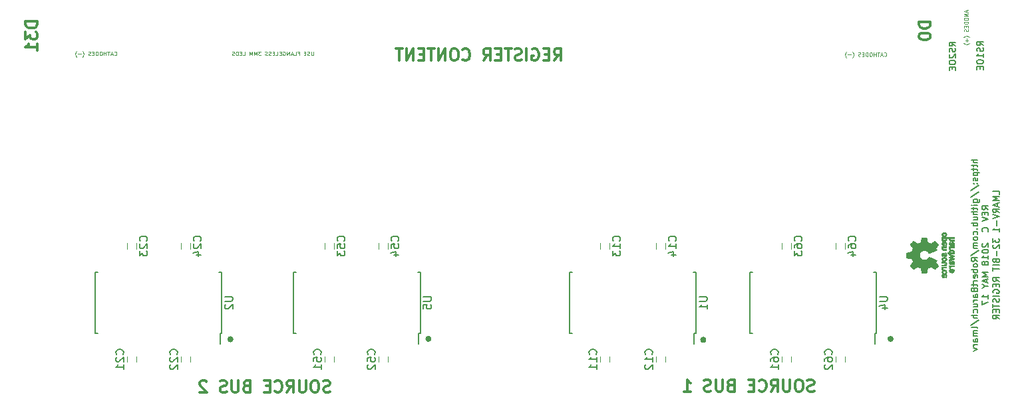
<source format=gbo>
G04 #@! TF.GenerationSoftware,KiCad,Pcbnew,(2018-02-14 revision 6afdf1cf8)-makepkg*
G04 #@! TF.CreationDate,2018-05-17T19:59:26-07:00*
G04 #@! TF.ProjectId,register-card,72656769737465722D636172642E6B69,rev?*
G04 #@! TF.SameCoordinates,Original*
G04 #@! TF.FileFunction,Legend,Bot*
G04 #@! TF.FilePolarity,Positive*
%FSLAX46Y46*%
G04 Gerber Fmt 4.6, Leading zero omitted, Abs format (unit mm)*
G04 Created by KiCad (PCBNEW (2018-02-14 revision 6afdf1cf8)-makepkg) date 05/17/18 19:59:26*
%MOMM*%
%LPD*%
G01*
G04 APERTURE LIST*
%ADD10C,0.400000*%
%ADD11C,0.125000*%
%ADD12C,0.300000*%
%ADD13C,0.175000*%
%ADD14C,0.010000*%
%ADD15C,0.120000*%
%ADD16C,0.150000*%
G04 APERTURE END LIST*
D10*
X151820003Y-167563800D02*
G75*
G03X151820003Y-167563800I-182003J0D01*
G01*
X127994803Y-167690800D02*
G75*
G03X127994803Y-167690800I-182003J0D01*
G01*
X67822203Y-167614600D02*
G75*
G03X67822203Y-167614600I-182003J0D01*
G01*
X93019003Y-167563800D02*
G75*
G03X93019003Y-167563800I-182003J0D01*
G01*
D11*
X78221351Y-130913370D02*
X78221351Y-131318132D01*
X78197541Y-131365751D01*
X78173732Y-131389560D01*
X78126113Y-131413370D01*
X78030875Y-131413370D01*
X77983256Y-131389560D01*
X77959446Y-131365751D01*
X77935637Y-131318132D01*
X77935637Y-130913370D01*
X77721351Y-131389560D02*
X77649922Y-131413370D01*
X77530875Y-131413370D01*
X77483256Y-131389560D01*
X77459446Y-131365751D01*
X77435637Y-131318132D01*
X77435637Y-131270513D01*
X77459446Y-131222894D01*
X77483256Y-131199084D01*
X77530875Y-131175275D01*
X77626113Y-131151465D01*
X77673732Y-131127656D01*
X77697541Y-131103846D01*
X77721351Y-131056227D01*
X77721351Y-131008608D01*
X77697541Y-130960989D01*
X77673732Y-130937180D01*
X77626113Y-130913370D01*
X77507065Y-130913370D01*
X77435637Y-130937180D01*
X77221351Y-131151465D02*
X77054684Y-131151465D01*
X76983256Y-131413370D02*
X77221351Y-131413370D01*
X77221351Y-130913370D01*
X76983256Y-130913370D01*
X76221351Y-131151465D02*
X76388018Y-131151465D01*
X76388018Y-131413370D02*
X76388018Y-130913370D01*
X76149922Y-130913370D01*
X75721351Y-131413370D02*
X75959446Y-131413370D01*
X75959446Y-130913370D01*
X75578494Y-131270513D02*
X75340399Y-131270513D01*
X75626113Y-131413370D02*
X75459446Y-130913370D01*
X75292780Y-131413370D01*
X75126113Y-131413370D02*
X75126113Y-130913370D01*
X74840399Y-131413370D01*
X74840399Y-130913370D01*
X74340399Y-130937180D02*
X74388018Y-130913370D01*
X74459446Y-130913370D01*
X74530875Y-130937180D01*
X74578494Y-130984799D01*
X74602303Y-131032418D01*
X74626113Y-131127656D01*
X74626113Y-131199084D01*
X74602303Y-131294322D01*
X74578494Y-131341941D01*
X74530875Y-131389560D01*
X74459446Y-131413370D01*
X74411827Y-131413370D01*
X74340399Y-131389560D01*
X74316589Y-131365751D01*
X74316589Y-131199084D01*
X74411827Y-131199084D01*
X74102303Y-131151465D02*
X73935637Y-131151465D01*
X73864208Y-131413370D02*
X74102303Y-131413370D01*
X74102303Y-130913370D01*
X73864208Y-130913370D01*
X73411827Y-131413370D02*
X73649922Y-131413370D01*
X73649922Y-130913370D01*
X73245160Y-131151465D02*
X73078494Y-131151465D01*
X73007065Y-131413370D02*
X73245160Y-131413370D01*
X73245160Y-130913370D01*
X73007065Y-130913370D01*
X72816589Y-131389560D02*
X72745160Y-131413370D01*
X72626113Y-131413370D01*
X72578494Y-131389560D01*
X72554684Y-131365751D01*
X72530875Y-131318132D01*
X72530875Y-131270513D01*
X72554684Y-131222894D01*
X72578494Y-131199084D01*
X72626113Y-131175275D01*
X72721351Y-131151465D01*
X72768970Y-131127656D01*
X72792780Y-131103846D01*
X72816589Y-131056227D01*
X72816589Y-131008608D01*
X72792780Y-130960989D01*
X72768970Y-130937180D01*
X72721351Y-130913370D01*
X72602303Y-130913370D01*
X72530875Y-130937180D01*
X72340399Y-131389560D02*
X72268970Y-131413370D01*
X72149922Y-131413370D01*
X72102303Y-131389560D01*
X72078494Y-131365751D01*
X72054684Y-131318132D01*
X72054684Y-131270513D01*
X72078494Y-131222894D01*
X72102303Y-131199084D01*
X72149922Y-131175275D01*
X72245160Y-131151465D01*
X72292780Y-131127656D01*
X72316589Y-131103846D01*
X72340399Y-131056227D01*
X72340399Y-131008608D01*
X72316589Y-130960989D01*
X72292780Y-130937180D01*
X72245160Y-130913370D01*
X72126113Y-130913370D01*
X72054684Y-130937180D01*
X71507065Y-130913370D02*
X71197541Y-130913370D01*
X71364208Y-131103846D01*
X71292780Y-131103846D01*
X71245160Y-131127656D01*
X71221351Y-131151465D01*
X71197541Y-131199084D01*
X71197541Y-131318132D01*
X71221351Y-131365751D01*
X71245160Y-131389560D01*
X71292780Y-131413370D01*
X71435637Y-131413370D01*
X71483256Y-131389560D01*
X71507065Y-131365751D01*
X70983256Y-131413370D02*
X70983256Y-130913370D01*
X70816589Y-131270513D01*
X70649922Y-130913370D01*
X70649922Y-131413370D01*
X70411827Y-131413370D02*
X70411827Y-130913370D01*
X70245160Y-131270513D01*
X70078494Y-130913370D01*
X70078494Y-131413370D01*
X69221351Y-131413370D02*
X69459446Y-131413370D01*
X69459446Y-130913370D01*
X69054684Y-131151465D02*
X68888018Y-131151465D01*
X68816589Y-131413370D02*
X69054684Y-131413370D01*
X69054684Y-130913370D01*
X68816589Y-130913370D01*
X68602303Y-131413370D02*
X68602303Y-130913370D01*
X68483256Y-130913370D01*
X68411827Y-130937180D01*
X68364208Y-130984799D01*
X68340399Y-131032418D01*
X68316589Y-131127656D01*
X68316589Y-131199084D01*
X68340399Y-131294322D01*
X68364208Y-131341941D01*
X68411827Y-131389560D01*
X68483256Y-131413370D01*
X68602303Y-131413370D01*
X68126113Y-131389560D02*
X68054684Y-131413370D01*
X67935637Y-131413370D01*
X67888018Y-131389560D01*
X67864208Y-131365751D01*
X67840399Y-131318132D01*
X67840399Y-131270513D01*
X67864208Y-131222894D01*
X67888018Y-131199084D01*
X67935637Y-131175275D01*
X68030875Y-131151465D01*
X68078494Y-131127656D01*
X68102303Y-131103846D01*
X68126113Y-131056227D01*
X68126113Y-131008608D01*
X68102303Y-130960989D01*
X68078494Y-130937180D01*
X68030875Y-130913370D01*
X67911827Y-130913370D01*
X67840399Y-130937180D01*
D12*
X108835714Y-132068619D02*
X109335714Y-131354333D01*
X109692857Y-132068619D02*
X109692857Y-130568619D01*
X109121428Y-130568619D01*
X108978571Y-130640048D01*
X108907142Y-130711476D01*
X108835714Y-130854333D01*
X108835714Y-131068619D01*
X108907142Y-131211476D01*
X108978571Y-131282905D01*
X109121428Y-131354333D01*
X109692857Y-131354333D01*
X108192857Y-131282905D02*
X107692857Y-131282905D01*
X107478571Y-132068619D02*
X108192857Y-132068619D01*
X108192857Y-130568619D01*
X107478571Y-130568619D01*
X106050000Y-130640048D02*
X106192857Y-130568619D01*
X106407142Y-130568619D01*
X106621428Y-130640048D01*
X106764285Y-130782905D01*
X106835714Y-130925762D01*
X106907142Y-131211476D01*
X106907142Y-131425762D01*
X106835714Y-131711476D01*
X106764285Y-131854333D01*
X106621428Y-131997190D01*
X106407142Y-132068619D01*
X106264285Y-132068619D01*
X106050000Y-131997190D01*
X105978571Y-131925762D01*
X105978571Y-131425762D01*
X106264285Y-131425762D01*
X105335714Y-132068619D02*
X105335714Y-130568619D01*
X104692857Y-131997190D02*
X104478571Y-132068619D01*
X104121428Y-132068619D01*
X103978571Y-131997190D01*
X103907142Y-131925762D01*
X103835714Y-131782905D01*
X103835714Y-131640048D01*
X103907142Y-131497190D01*
X103978571Y-131425762D01*
X104121428Y-131354333D01*
X104407142Y-131282905D01*
X104550000Y-131211476D01*
X104621428Y-131140048D01*
X104692857Y-130997190D01*
X104692857Y-130854333D01*
X104621428Y-130711476D01*
X104550000Y-130640048D01*
X104407142Y-130568619D01*
X104050000Y-130568619D01*
X103835714Y-130640048D01*
X103407142Y-130568619D02*
X102550000Y-130568619D01*
X102978571Y-132068619D02*
X102978571Y-130568619D01*
X102050000Y-131282905D02*
X101550000Y-131282905D01*
X101335714Y-132068619D02*
X102050000Y-132068619D01*
X102050000Y-130568619D01*
X101335714Y-130568619D01*
X99835714Y-132068619D02*
X100335714Y-131354333D01*
X100692857Y-132068619D02*
X100692857Y-130568619D01*
X100121428Y-130568619D01*
X99978571Y-130640048D01*
X99907142Y-130711476D01*
X99835714Y-130854333D01*
X99835714Y-131068619D01*
X99907142Y-131211476D01*
X99978571Y-131282905D01*
X100121428Y-131354333D01*
X100692857Y-131354333D01*
X97192857Y-131925762D02*
X97264285Y-131997190D01*
X97478571Y-132068619D01*
X97621428Y-132068619D01*
X97835714Y-131997190D01*
X97978571Y-131854333D01*
X98050000Y-131711476D01*
X98121428Y-131425762D01*
X98121428Y-131211476D01*
X98050000Y-130925762D01*
X97978571Y-130782905D01*
X97835714Y-130640048D01*
X97621428Y-130568619D01*
X97478571Y-130568619D01*
X97264285Y-130640048D01*
X97192857Y-130711476D01*
X96264285Y-130568619D02*
X95978571Y-130568619D01*
X95835714Y-130640048D01*
X95692857Y-130782905D01*
X95621428Y-131068619D01*
X95621428Y-131568619D01*
X95692857Y-131854333D01*
X95835714Y-131997190D01*
X95978571Y-132068619D01*
X96264285Y-132068619D01*
X96407142Y-131997190D01*
X96550000Y-131854333D01*
X96621428Y-131568619D01*
X96621428Y-131068619D01*
X96550000Y-130782905D01*
X96407142Y-130640048D01*
X96264285Y-130568619D01*
X94978571Y-132068619D02*
X94978571Y-130568619D01*
X94121428Y-132068619D01*
X94121428Y-130568619D01*
X93621428Y-130568619D02*
X92764285Y-130568619D01*
X93192857Y-132068619D02*
X93192857Y-130568619D01*
X92264285Y-131282905D02*
X91764285Y-131282905D01*
X91550000Y-132068619D02*
X92264285Y-132068619D01*
X92264285Y-130568619D01*
X91550000Y-130568619D01*
X90907142Y-132068619D02*
X90907142Y-130568619D01*
X90050000Y-132068619D01*
X90050000Y-130568619D01*
X89550000Y-130568619D02*
X88692857Y-130568619D01*
X89121428Y-132068619D02*
X89121428Y-130568619D01*
D13*
X162715304Y-144718019D02*
X161915304Y-144718019D01*
X162715304Y-145060876D02*
X162296257Y-145060876D01*
X162220066Y-145022780D01*
X162181971Y-144946590D01*
X162181971Y-144832304D01*
X162220066Y-144756114D01*
X162258161Y-144718019D01*
X162181971Y-145327542D02*
X162181971Y-145632304D01*
X161915304Y-145441828D02*
X162601019Y-145441828D01*
X162677209Y-145479923D01*
X162715304Y-145556114D01*
X162715304Y-145632304D01*
X162181971Y-145784685D02*
X162181971Y-146089447D01*
X161915304Y-145898971D02*
X162601019Y-145898971D01*
X162677209Y-145937066D01*
X162715304Y-146013257D01*
X162715304Y-146089447D01*
X162181971Y-146356114D02*
X162981971Y-146356114D01*
X162220066Y-146356114D02*
X162181971Y-146432304D01*
X162181971Y-146584685D01*
X162220066Y-146660876D01*
X162258161Y-146698971D01*
X162334352Y-146737066D01*
X162562923Y-146737066D01*
X162639114Y-146698971D01*
X162677209Y-146660876D01*
X162715304Y-146584685D01*
X162715304Y-146432304D01*
X162677209Y-146356114D01*
X162677209Y-147041828D02*
X162715304Y-147118019D01*
X162715304Y-147270399D01*
X162677209Y-147346590D01*
X162601019Y-147384685D01*
X162562923Y-147384685D01*
X162486733Y-147346590D01*
X162448638Y-147270399D01*
X162448638Y-147156114D01*
X162410542Y-147079923D01*
X162334352Y-147041828D01*
X162296257Y-147041828D01*
X162220066Y-147079923D01*
X162181971Y-147156114D01*
X162181971Y-147270399D01*
X162220066Y-147346590D01*
X162639114Y-147727542D02*
X162677209Y-147765638D01*
X162715304Y-147727542D01*
X162677209Y-147689447D01*
X162639114Y-147727542D01*
X162715304Y-147727542D01*
X162220066Y-147727542D02*
X162258161Y-147765638D01*
X162296257Y-147727542D01*
X162258161Y-147689447D01*
X162220066Y-147727542D01*
X162296257Y-147727542D01*
X161877209Y-148679923D02*
X162905780Y-147994209D01*
X161877209Y-149518019D02*
X162905780Y-148832304D01*
X162181971Y-150127542D02*
X162829590Y-150127542D01*
X162905780Y-150089447D01*
X162943876Y-150051352D01*
X162981971Y-149975161D01*
X162981971Y-149860876D01*
X162943876Y-149784685D01*
X162677209Y-150127542D02*
X162715304Y-150051352D01*
X162715304Y-149898971D01*
X162677209Y-149822780D01*
X162639114Y-149784685D01*
X162562923Y-149746590D01*
X162334352Y-149746590D01*
X162258161Y-149784685D01*
X162220066Y-149822780D01*
X162181971Y-149898971D01*
X162181971Y-150051352D01*
X162220066Y-150127542D01*
X162715304Y-150508495D02*
X162181971Y-150508495D01*
X161915304Y-150508495D02*
X161953400Y-150470399D01*
X161991495Y-150508495D01*
X161953400Y-150546590D01*
X161915304Y-150508495D01*
X161991495Y-150508495D01*
X162181971Y-150775161D02*
X162181971Y-151079923D01*
X161915304Y-150889447D02*
X162601019Y-150889447D01*
X162677209Y-150927542D01*
X162715304Y-151003733D01*
X162715304Y-151079923D01*
X162715304Y-151346590D02*
X161915304Y-151346590D01*
X162715304Y-151689447D02*
X162296257Y-151689447D01*
X162220066Y-151651352D01*
X162181971Y-151575161D01*
X162181971Y-151460876D01*
X162220066Y-151384685D01*
X162258161Y-151346590D01*
X162181971Y-152413257D02*
X162715304Y-152413257D01*
X162181971Y-152070399D02*
X162601019Y-152070399D01*
X162677209Y-152108495D01*
X162715304Y-152184685D01*
X162715304Y-152298971D01*
X162677209Y-152375161D01*
X162639114Y-152413257D01*
X162715304Y-152794209D02*
X161915304Y-152794209D01*
X162220066Y-152794209D02*
X162181971Y-152870399D01*
X162181971Y-153022780D01*
X162220066Y-153098971D01*
X162258161Y-153137066D01*
X162334352Y-153175161D01*
X162562923Y-153175161D01*
X162639114Y-153137066D01*
X162677209Y-153098971D01*
X162715304Y-153022780D01*
X162715304Y-152870399D01*
X162677209Y-152794209D01*
X162639114Y-153518019D02*
X162677209Y-153556114D01*
X162715304Y-153518019D01*
X162677209Y-153479923D01*
X162639114Y-153518019D01*
X162715304Y-153518019D01*
X162677209Y-154241828D02*
X162715304Y-154165638D01*
X162715304Y-154013257D01*
X162677209Y-153937066D01*
X162639114Y-153898971D01*
X162562923Y-153860876D01*
X162334352Y-153860876D01*
X162258161Y-153898971D01*
X162220066Y-153937066D01*
X162181971Y-154013257D01*
X162181971Y-154165638D01*
X162220066Y-154241828D01*
X162715304Y-154698971D02*
X162677209Y-154622780D01*
X162639114Y-154584685D01*
X162562923Y-154546590D01*
X162334352Y-154546590D01*
X162258161Y-154584685D01*
X162220066Y-154622780D01*
X162181971Y-154698971D01*
X162181971Y-154813257D01*
X162220066Y-154889447D01*
X162258161Y-154927542D01*
X162334352Y-154965638D01*
X162562923Y-154965638D01*
X162639114Y-154927542D01*
X162677209Y-154889447D01*
X162715304Y-154813257D01*
X162715304Y-154698971D01*
X162715304Y-155308495D02*
X162181971Y-155308495D01*
X162258161Y-155308495D02*
X162220066Y-155346590D01*
X162181971Y-155422780D01*
X162181971Y-155537066D01*
X162220066Y-155613257D01*
X162296257Y-155651352D01*
X162715304Y-155651352D01*
X162296257Y-155651352D02*
X162220066Y-155689447D01*
X162181971Y-155765638D01*
X162181971Y-155879923D01*
X162220066Y-155956114D01*
X162296257Y-155994209D01*
X162715304Y-155994209D01*
X161877209Y-156946590D02*
X162905780Y-156260876D01*
X162715304Y-157670399D02*
X162334352Y-157403733D01*
X162715304Y-157213257D02*
X161915304Y-157213257D01*
X161915304Y-157518019D01*
X161953400Y-157594209D01*
X161991495Y-157632304D01*
X162067685Y-157670399D01*
X162181971Y-157670399D01*
X162258161Y-157632304D01*
X162296257Y-157594209D01*
X162334352Y-157518019D01*
X162334352Y-157213257D01*
X162715304Y-158127542D02*
X162677209Y-158051352D01*
X162639114Y-158013257D01*
X162562923Y-157975161D01*
X162334352Y-157975161D01*
X162258161Y-158013257D01*
X162220066Y-158051352D01*
X162181971Y-158127542D01*
X162181971Y-158241828D01*
X162220066Y-158318019D01*
X162258161Y-158356114D01*
X162334352Y-158394209D01*
X162562923Y-158394209D01*
X162639114Y-158356114D01*
X162677209Y-158318019D01*
X162715304Y-158241828D01*
X162715304Y-158127542D01*
X162715304Y-158737066D02*
X161915304Y-158737066D01*
X162220066Y-158737066D02*
X162181971Y-158813257D01*
X162181971Y-158965638D01*
X162220066Y-159041828D01*
X162258161Y-159079923D01*
X162334352Y-159118019D01*
X162562923Y-159118019D01*
X162639114Y-159079923D01*
X162677209Y-159041828D01*
X162715304Y-158965638D01*
X162715304Y-158813257D01*
X162677209Y-158737066D01*
X162677209Y-159765638D02*
X162715304Y-159689447D01*
X162715304Y-159537066D01*
X162677209Y-159460876D01*
X162601019Y-159422780D01*
X162296257Y-159422780D01*
X162220066Y-159460876D01*
X162181971Y-159537066D01*
X162181971Y-159689447D01*
X162220066Y-159765638D01*
X162296257Y-159803733D01*
X162372447Y-159803733D01*
X162448638Y-159422780D01*
X162715304Y-160146590D02*
X162181971Y-160146590D01*
X162334352Y-160146590D02*
X162258161Y-160184685D01*
X162220066Y-160222780D01*
X162181971Y-160298971D01*
X162181971Y-160375161D01*
X162181971Y-160527542D02*
X162181971Y-160832304D01*
X161915304Y-160641828D02*
X162601019Y-160641828D01*
X162677209Y-160679923D01*
X162715304Y-160756114D01*
X162715304Y-160832304D01*
X162296257Y-161365638D02*
X162334352Y-161479923D01*
X162372447Y-161518019D01*
X162448638Y-161556114D01*
X162562923Y-161556114D01*
X162639114Y-161518019D01*
X162677209Y-161479923D01*
X162715304Y-161403733D01*
X162715304Y-161098971D01*
X161915304Y-161098971D01*
X161915304Y-161365638D01*
X161953400Y-161441828D01*
X161991495Y-161479923D01*
X162067685Y-161518019D01*
X162143876Y-161518019D01*
X162220066Y-161479923D01*
X162258161Y-161441828D01*
X162296257Y-161365638D01*
X162296257Y-161098971D01*
X162715304Y-162241828D02*
X162296257Y-162241828D01*
X162220066Y-162203733D01*
X162181971Y-162127542D01*
X162181971Y-161975161D01*
X162220066Y-161898971D01*
X162677209Y-162241828D02*
X162715304Y-162165638D01*
X162715304Y-161975161D01*
X162677209Y-161898971D01*
X162601019Y-161860876D01*
X162524828Y-161860876D01*
X162448638Y-161898971D01*
X162410542Y-161975161D01*
X162410542Y-162165638D01*
X162372447Y-162241828D01*
X162715304Y-162622780D02*
X162181971Y-162622780D01*
X162334352Y-162622780D02*
X162258161Y-162660876D01*
X162220066Y-162698971D01*
X162181971Y-162775161D01*
X162181971Y-162851352D01*
X162181971Y-163460876D02*
X162715304Y-163460876D01*
X162181971Y-163118019D02*
X162601019Y-163118019D01*
X162677209Y-163156114D01*
X162715304Y-163232304D01*
X162715304Y-163346590D01*
X162677209Y-163422780D01*
X162639114Y-163460876D01*
X162677209Y-164184685D02*
X162715304Y-164108495D01*
X162715304Y-163956114D01*
X162677209Y-163879923D01*
X162639114Y-163841828D01*
X162562923Y-163803733D01*
X162334352Y-163803733D01*
X162258161Y-163841828D01*
X162220066Y-163879923D01*
X162181971Y-163956114D01*
X162181971Y-164108495D01*
X162220066Y-164184685D01*
X162715304Y-164527542D02*
X161915304Y-164527542D01*
X162715304Y-164870399D02*
X162296257Y-164870399D01*
X162220066Y-164832304D01*
X162181971Y-164756114D01*
X162181971Y-164641828D01*
X162220066Y-164565638D01*
X162258161Y-164527542D01*
X161877209Y-165822780D02*
X162905780Y-165137066D01*
X162715304Y-166203733D02*
X162677209Y-166127542D01*
X162601019Y-166089447D01*
X161915304Y-166089447D01*
X162715304Y-166508495D02*
X162181971Y-166508495D01*
X162258161Y-166508495D02*
X162220066Y-166546590D01*
X162181971Y-166622780D01*
X162181971Y-166737066D01*
X162220066Y-166813257D01*
X162296257Y-166851352D01*
X162715304Y-166851352D01*
X162296257Y-166851352D02*
X162220066Y-166889447D01*
X162181971Y-166965638D01*
X162181971Y-167079923D01*
X162220066Y-167156114D01*
X162296257Y-167194209D01*
X162715304Y-167194209D01*
X162715304Y-167918019D02*
X162296257Y-167918019D01*
X162220066Y-167879923D01*
X162181971Y-167803733D01*
X162181971Y-167651352D01*
X162220066Y-167575161D01*
X162677209Y-167918019D02*
X162715304Y-167841828D01*
X162715304Y-167651352D01*
X162677209Y-167575161D01*
X162601019Y-167537066D01*
X162524828Y-167537066D01*
X162448638Y-167575161D01*
X162410542Y-167651352D01*
X162410542Y-167841828D01*
X162372447Y-167918019D01*
X162715304Y-168298971D02*
X162181971Y-168298971D01*
X162334352Y-168298971D02*
X162258161Y-168337066D01*
X162220066Y-168375161D01*
X162181971Y-168451352D01*
X162181971Y-168527542D01*
X162181971Y-168718019D02*
X162715304Y-168908495D01*
X162181971Y-169098971D01*
X164090304Y-151060876D02*
X163709352Y-150794209D01*
X164090304Y-150603733D02*
X163290304Y-150603733D01*
X163290304Y-150908495D01*
X163328400Y-150984685D01*
X163366495Y-151022780D01*
X163442685Y-151060876D01*
X163556971Y-151060876D01*
X163633161Y-151022780D01*
X163671257Y-150984685D01*
X163709352Y-150908495D01*
X163709352Y-150603733D01*
X163671257Y-151403733D02*
X163671257Y-151670400D01*
X164090304Y-151784685D02*
X164090304Y-151403733D01*
X163290304Y-151403733D01*
X163290304Y-151784685D01*
X163290304Y-152013257D02*
X164090304Y-152279923D01*
X163290304Y-152546590D01*
X164014114Y-153879923D02*
X164052209Y-153841828D01*
X164090304Y-153727542D01*
X164090304Y-153651352D01*
X164052209Y-153537066D01*
X163976019Y-153460876D01*
X163899828Y-153422780D01*
X163747447Y-153384685D01*
X163633161Y-153384685D01*
X163480780Y-153422780D01*
X163404590Y-153460876D01*
X163328400Y-153537066D01*
X163290304Y-153651352D01*
X163290304Y-153727542D01*
X163328400Y-153841828D01*
X163366495Y-153879923D01*
X163366495Y-155403733D02*
X163328400Y-155441828D01*
X163290304Y-155518019D01*
X163290304Y-155708495D01*
X163328400Y-155784685D01*
X163366495Y-155822780D01*
X163442685Y-155860876D01*
X163518876Y-155860876D01*
X163633161Y-155822780D01*
X164090304Y-155365638D01*
X164090304Y-155860876D01*
X163290304Y-156356114D02*
X163290304Y-156432304D01*
X163328400Y-156508495D01*
X163366495Y-156546590D01*
X163442685Y-156584685D01*
X163595066Y-156622780D01*
X163785542Y-156622780D01*
X163937923Y-156584685D01*
X164014114Y-156546590D01*
X164052209Y-156508495D01*
X164090304Y-156432304D01*
X164090304Y-156356114D01*
X164052209Y-156279923D01*
X164014114Y-156241828D01*
X163937923Y-156203733D01*
X163785542Y-156165638D01*
X163595066Y-156165638D01*
X163442685Y-156203733D01*
X163366495Y-156241828D01*
X163328400Y-156279923D01*
X163290304Y-156356114D01*
X164090304Y-157384685D02*
X164090304Y-156927542D01*
X164090304Y-157156114D02*
X163290304Y-157156114D01*
X163404590Y-157079923D01*
X163480780Y-157003733D01*
X163518876Y-156927542D01*
X163633161Y-157841828D02*
X163595066Y-157765638D01*
X163556971Y-157727542D01*
X163480780Y-157689447D01*
X163442685Y-157689447D01*
X163366495Y-157727542D01*
X163328400Y-157765638D01*
X163290304Y-157841828D01*
X163290304Y-157994209D01*
X163328400Y-158070400D01*
X163366495Y-158108495D01*
X163442685Y-158146590D01*
X163480780Y-158146590D01*
X163556971Y-158108495D01*
X163595066Y-158070400D01*
X163633161Y-157994209D01*
X163633161Y-157841828D01*
X163671257Y-157765638D01*
X163709352Y-157727542D01*
X163785542Y-157689447D01*
X163937923Y-157689447D01*
X164014114Y-157727542D01*
X164052209Y-157765638D01*
X164090304Y-157841828D01*
X164090304Y-157994209D01*
X164052209Y-158070400D01*
X164014114Y-158108495D01*
X163937923Y-158146590D01*
X163785542Y-158146590D01*
X163709352Y-158108495D01*
X163671257Y-158070400D01*
X163633161Y-157994209D01*
X164090304Y-159098971D02*
X163290304Y-159098971D01*
X163861733Y-159365638D01*
X163290304Y-159632304D01*
X164090304Y-159632304D01*
X163861733Y-159975161D02*
X163861733Y-160356114D01*
X164090304Y-159898971D02*
X163290304Y-160165638D01*
X164090304Y-160432304D01*
X163709352Y-160851352D02*
X164090304Y-160851352D01*
X163290304Y-160584685D02*
X163709352Y-160851352D01*
X163290304Y-161118019D01*
X164090304Y-162413257D02*
X164090304Y-161956114D01*
X164090304Y-162184685D02*
X163290304Y-162184685D01*
X163404590Y-162108495D01*
X163480780Y-162032304D01*
X163518876Y-161956114D01*
X163290304Y-162679923D02*
X163290304Y-163213257D01*
X164090304Y-162870400D01*
X165465304Y-149137066D02*
X165465304Y-148756114D01*
X164665304Y-148756114D01*
X165465304Y-149403733D02*
X164665304Y-149403733D01*
X165236733Y-149670400D01*
X164665304Y-149937066D01*
X165465304Y-149937066D01*
X165236733Y-150279923D02*
X165236733Y-150660876D01*
X165465304Y-150203733D02*
X164665304Y-150470400D01*
X165465304Y-150737066D01*
X165465304Y-151460876D02*
X165084352Y-151194209D01*
X165465304Y-151003733D02*
X164665304Y-151003733D01*
X164665304Y-151308495D01*
X164703400Y-151384685D01*
X164741495Y-151422780D01*
X164817685Y-151460876D01*
X164931971Y-151460876D01*
X165008161Y-151422780D01*
X165046257Y-151384685D01*
X165084352Y-151308495D01*
X165084352Y-151003733D01*
X164665304Y-151689447D02*
X165465304Y-151956114D01*
X164665304Y-152222780D01*
X165160542Y-152489447D02*
X165160542Y-153098971D01*
X165465304Y-153898971D02*
X165465304Y-153441828D01*
X165465304Y-153670400D02*
X164665304Y-153670400D01*
X164779590Y-153594209D01*
X164855780Y-153518019D01*
X164893876Y-153441828D01*
X164665304Y-154775161D02*
X164665304Y-155270400D01*
X164970066Y-155003733D01*
X164970066Y-155118019D01*
X165008161Y-155194209D01*
X165046257Y-155232304D01*
X165122447Y-155270400D01*
X165312923Y-155270400D01*
X165389114Y-155232304D01*
X165427209Y-155194209D01*
X165465304Y-155118019D01*
X165465304Y-154889447D01*
X165427209Y-154813257D01*
X165389114Y-154775161D01*
X164741495Y-155575161D02*
X164703400Y-155613257D01*
X164665304Y-155689447D01*
X164665304Y-155879923D01*
X164703400Y-155956114D01*
X164741495Y-155994209D01*
X164817685Y-156032304D01*
X164893876Y-156032304D01*
X165008161Y-155994209D01*
X165465304Y-155537066D01*
X165465304Y-156032304D01*
X165160542Y-156375161D02*
X165160542Y-156984685D01*
X165046257Y-157632304D02*
X165084352Y-157746590D01*
X165122447Y-157784685D01*
X165198638Y-157822780D01*
X165312923Y-157822780D01*
X165389114Y-157784685D01*
X165427209Y-157746590D01*
X165465304Y-157670400D01*
X165465304Y-157365638D01*
X164665304Y-157365638D01*
X164665304Y-157632304D01*
X164703400Y-157708495D01*
X164741495Y-157746590D01*
X164817685Y-157784685D01*
X164893876Y-157784685D01*
X164970066Y-157746590D01*
X165008161Y-157708495D01*
X165046257Y-157632304D01*
X165046257Y-157365638D01*
X165465304Y-158165638D02*
X164665304Y-158165638D01*
X164665304Y-158432304D02*
X164665304Y-158889447D01*
X165465304Y-158660876D02*
X164665304Y-158660876D01*
X165465304Y-160222780D02*
X165084352Y-159956114D01*
X165465304Y-159765638D02*
X164665304Y-159765638D01*
X164665304Y-160070400D01*
X164703400Y-160146590D01*
X164741495Y-160184685D01*
X164817685Y-160222780D01*
X164931971Y-160222780D01*
X165008161Y-160184685D01*
X165046257Y-160146590D01*
X165084352Y-160070400D01*
X165084352Y-159765638D01*
X165046257Y-160565638D02*
X165046257Y-160832304D01*
X165465304Y-160946590D02*
X165465304Y-160565638D01*
X164665304Y-160565638D01*
X164665304Y-160946590D01*
X164703400Y-161708495D02*
X164665304Y-161632304D01*
X164665304Y-161518019D01*
X164703400Y-161403733D01*
X164779590Y-161327542D01*
X164855780Y-161289447D01*
X165008161Y-161251352D01*
X165122447Y-161251352D01*
X165274828Y-161289447D01*
X165351019Y-161327542D01*
X165427209Y-161403733D01*
X165465304Y-161518019D01*
X165465304Y-161594209D01*
X165427209Y-161708495D01*
X165389114Y-161746590D01*
X165122447Y-161746590D01*
X165122447Y-161594209D01*
X165465304Y-162089447D02*
X164665304Y-162089447D01*
X165427209Y-162432304D02*
X165465304Y-162546590D01*
X165465304Y-162737066D01*
X165427209Y-162813257D01*
X165389114Y-162851352D01*
X165312923Y-162889447D01*
X165236733Y-162889447D01*
X165160542Y-162851352D01*
X165122447Y-162813257D01*
X165084352Y-162737066D01*
X165046257Y-162584685D01*
X165008161Y-162508495D01*
X164970066Y-162470400D01*
X164893876Y-162432304D01*
X164817685Y-162432304D01*
X164741495Y-162470400D01*
X164703400Y-162508495D01*
X164665304Y-162584685D01*
X164665304Y-162775161D01*
X164703400Y-162889447D01*
X164665304Y-163118019D02*
X164665304Y-163575161D01*
X165465304Y-163346590D02*
X164665304Y-163346590D01*
X165046257Y-163841828D02*
X165046257Y-164108495D01*
X165465304Y-164222780D02*
X165465304Y-163841828D01*
X164665304Y-163841828D01*
X164665304Y-164222780D01*
X165465304Y-165022780D02*
X165084352Y-164756114D01*
X165465304Y-164565638D02*
X164665304Y-164565638D01*
X164665304Y-164870400D01*
X164703400Y-164946590D01*
X164741495Y-164984685D01*
X164817685Y-165022780D01*
X164931971Y-165022780D01*
X165008161Y-164984685D01*
X165046257Y-164946590D01*
X165084352Y-164870400D01*
X165084352Y-164565638D01*
D12*
X141915114Y-174190742D02*
X141700828Y-174262171D01*
X141343685Y-174262171D01*
X141200828Y-174190742D01*
X141129400Y-174119314D01*
X141057971Y-173976457D01*
X141057971Y-173833600D01*
X141129400Y-173690742D01*
X141200828Y-173619314D01*
X141343685Y-173547885D01*
X141629400Y-173476457D01*
X141772257Y-173405028D01*
X141843685Y-173333600D01*
X141915114Y-173190742D01*
X141915114Y-173047885D01*
X141843685Y-172905028D01*
X141772257Y-172833600D01*
X141629400Y-172762171D01*
X141272257Y-172762171D01*
X141057971Y-172833600D01*
X140129400Y-172762171D02*
X139843685Y-172762171D01*
X139700828Y-172833600D01*
X139557971Y-172976457D01*
X139486542Y-173262171D01*
X139486542Y-173762171D01*
X139557971Y-174047885D01*
X139700828Y-174190742D01*
X139843685Y-174262171D01*
X140129400Y-174262171D01*
X140272257Y-174190742D01*
X140415114Y-174047885D01*
X140486542Y-173762171D01*
X140486542Y-173262171D01*
X140415114Y-172976457D01*
X140272257Y-172833600D01*
X140129400Y-172762171D01*
X138843685Y-172762171D02*
X138843685Y-173976457D01*
X138772257Y-174119314D01*
X138700828Y-174190742D01*
X138557971Y-174262171D01*
X138272257Y-174262171D01*
X138129400Y-174190742D01*
X138057971Y-174119314D01*
X137986542Y-173976457D01*
X137986542Y-172762171D01*
X136415114Y-174262171D02*
X136915114Y-173547885D01*
X137272257Y-174262171D02*
X137272257Y-172762171D01*
X136700828Y-172762171D01*
X136557971Y-172833600D01*
X136486542Y-172905028D01*
X136415114Y-173047885D01*
X136415114Y-173262171D01*
X136486542Y-173405028D01*
X136557971Y-173476457D01*
X136700828Y-173547885D01*
X137272257Y-173547885D01*
X134915114Y-174119314D02*
X134986542Y-174190742D01*
X135200828Y-174262171D01*
X135343685Y-174262171D01*
X135557971Y-174190742D01*
X135700828Y-174047885D01*
X135772257Y-173905028D01*
X135843685Y-173619314D01*
X135843685Y-173405028D01*
X135772257Y-173119314D01*
X135700828Y-172976457D01*
X135557971Y-172833600D01*
X135343685Y-172762171D01*
X135200828Y-172762171D01*
X134986542Y-172833600D01*
X134915114Y-172905028D01*
X134272257Y-173476457D02*
X133772257Y-173476457D01*
X133557971Y-174262171D02*
X134272257Y-174262171D01*
X134272257Y-172762171D01*
X133557971Y-172762171D01*
X131272257Y-173476457D02*
X131057971Y-173547885D01*
X130986542Y-173619314D01*
X130915114Y-173762171D01*
X130915114Y-173976457D01*
X130986542Y-174119314D01*
X131057971Y-174190742D01*
X131200828Y-174262171D01*
X131772257Y-174262171D01*
X131772257Y-172762171D01*
X131272257Y-172762171D01*
X131129400Y-172833600D01*
X131057971Y-172905028D01*
X130986542Y-173047885D01*
X130986542Y-173190742D01*
X131057971Y-173333600D01*
X131129400Y-173405028D01*
X131272257Y-173476457D01*
X131772257Y-173476457D01*
X130272257Y-172762171D02*
X130272257Y-173976457D01*
X130200828Y-174119314D01*
X130129400Y-174190742D01*
X129986542Y-174262171D01*
X129700828Y-174262171D01*
X129557971Y-174190742D01*
X129486542Y-174119314D01*
X129415114Y-173976457D01*
X129415114Y-172762171D01*
X128772257Y-174190742D02*
X128557971Y-174262171D01*
X128200828Y-174262171D01*
X128057971Y-174190742D01*
X127986542Y-174119314D01*
X127915114Y-173976457D01*
X127915114Y-173833600D01*
X127986542Y-173690742D01*
X128057971Y-173619314D01*
X128200828Y-173547885D01*
X128486542Y-173476457D01*
X128629400Y-173405028D01*
X128700828Y-173333600D01*
X128772257Y-173190742D01*
X128772257Y-173047885D01*
X128700828Y-172905028D01*
X128629400Y-172833600D01*
X128486542Y-172762171D01*
X128129400Y-172762171D01*
X127915114Y-172833600D01*
X125343685Y-174262171D02*
X126200828Y-174262171D01*
X125772257Y-174262171D02*
X125772257Y-172762171D01*
X125915114Y-172976457D01*
X126057971Y-173119314D01*
X126200828Y-173190742D01*
X80320114Y-174292342D02*
X80105828Y-174363771D01*
X79748685Y-174363771D01*
X79605828Y-174292342D01*
X79534400Y-174220914D01*
X79462971Y-174078057D01*
X79462971Y-173935200D01*
X79534400Y-173792342D01*
X79605828Y-173720914D01*
X79748685Y-173649485D01*
X80034400Y-173578057D01*
X80177257Y-173506628D01*
X80248685Y-173435200D01*
X80320114Y-173292342D01*
X80320114Y-173149485D01*
X80248685Y-173006628D01*
X80177257Y-172935200D01*
X80034400Y-172863771D01*
X79677257Y-172863771D01*
X79462971Y-172935200D01*
X78534400Y-172863771D02*
X78248685Y-172863771D01*
X78105828Y-172935200D01*
X77962971Y-173078057D01*
X77891542Y-173363771D01*
X77891542Y-173863771D01*
X77962971Y-174149485D01*
X78105828Y-174292342D01*
X78248685Y-174363771D01*
X78534400Y-174363771D01*
X78677257Y-174292342D01*
X78820114Y-174149485D01*
X78891542Y-173863771D01*
X78891542Y-173363771D01*
X78820114Y-173078057D01*
X78677257Y-172935200D01*
X78534400Y-172863771D01*
X77248685Y-172863771D02*
X77248685Y-174078057D01*
X77177257Y-174220914D01*
X77105828Y-174292342D01*
X76962971Y-174363771D01*
X76677257Y-174363771D01*
X76534400Y-174292342D01*
X76462971Y-174220914D01*
X76391542Y-174078057D01*
X76391542Y-172863771D01*
X74820114Y-174363771D02*
X75320114Y-173649485D01*
X75677257Y-174363771D02*
X75677257Y-172863771D01*
X75105828Y-172863771D01*
X74962971Y-172935200D01*
X74891542Y-173006628D01*
X74820114Y-173149485D01*
X74820114Y-173363771D01*
X74891542Y-173506628D01*
X74962971Y-173578057D01*
X75105828Y-173649485D01*
X75677257Y-173649485D01*
X73320114Y-174220914D02*
X73391542Y-174292342D01*
X73605828Y-174363771D01*
X73748685Y-174363771D01*
X73962971Y-174292342D01*
X74105828Y-174149485D01*
X74177257Y-174006628D01*
X74248685Y-173720914D01*
X74248685Y-173506628D01*
X74177257Y-173220914D01*
X74105828Y-173078057D01*
X73962971Y-172935200D01*
X73748685Y-172863771D01*
X73605828Y-172863771D01*
X73391542Y-172935200D01*
X73320114Y-173006628D01*
X72677257Y-173578057D02*
X72177257Y-173578057D01*
X71962971Y-174363771D02*
X72677257Y-174363771D01*
X72677257Y-172863771D01*
X71962971Y-172863771D01*
X69677257Y-173578057D02*
X69462971Y-173649485D01*
X69391542Y-173720914D01*
X69320114Y-173863771D01*
X69320114Y-174078057D01*
X69391542Y-174220914D01*
X69462971Y-174292342D01*
X69605828Y-174363771D01*
X70177257Y-174363771D01*
X70177257Y-172863771D01*
X69677257Y-172863771D01*
X69534400Y-172935200D01*
X69462971Y-173006628D01*
X69391542Y-173149485D01*
X69391542Y-173292342D01*
X69462971Y-173435200D01*
X69534400Y-173506628D01*
X69677257Y-173578057D01*
X70177257Y-173578057D01*
X68677257Y-172863771D02*
X68677257Y-174078057D01*
X68605828Y-174220914D01*
X68534400Y-174292342D01*
X68391542Y-174363771D01*
X68105828Y-174363771D01*
X67962971Y-174292342D01*
X67891542Y-174220914D01*
X67820114Y-174078057D01*
X67820114Y-172863771D01*
X67177257Y-174292342D02*
X66962971Y-174363771D01*
X66605828Y-174363771D01*
X66462971Y-174292342D01*
X66391542Y-174220914D01*
X66320114Y-174078057D01*
X66320114Y-173935200D01*
X66391542Y-173792342D01*
X66462971Y-173720914D01*
X66605828Y-173649485D01*
X66891542Y-173578057D01*
X67034400Y-173506628D01*
X67105828Y-173435200D01*
X67177257Y-173292342D01*
X67177257Y-173149485D01*
X67105828Y-173006628D01*
X67034400Y-172935200D01*
X66891542Y-172863771D01*
X66534400Y-172863771D01*
X66320114Y-172935200D01*
X64605828Y-173006628D02*
X64534400Y-172935200D01*
X64391542Y-172863771D01*
X64034400Y-172863771D01*
X63891542Y-172935200D01*
X63820114Y-173006628D01*
X63748685Y-173149485D01*
X63748685Y-173292342D01*
X63820114Y-173506628D01*
X64677257Y-174363771D01*
X63748685Y-174363771D01*
D11*
X150821428Y-131468619D02*
X150845238Y-131492428D01*
X150916666Y-131516238D01*
X150964285Y-131516238D01*
X151035714Y-131492428D01*
X151083333Y-131444809D01*
X151107142Y-131397190D01*
X151130952Y-131301952D01*
X151130952Y-131230524D01*
X151107142Y-131135286D01*
X151083333Y-131087667D01*
X151035714Y-131040048D01*
X150964285Y-131016238D01*
X150916666Y-131016238D01*
X150845238Y-131040048D01*
X150821428Y-131063857D01*
X150630952Y-131373381D02*
X150392857Y-131373381D01*
X150678571Y-131516238D02*
X150511904Y-131016238D01*
X150345238Y-131516238D01*
X150250000Y-131016238D02*
X149964285Y-131016238D01*
X150107142Y-131516238D02*
X150107142Y-131016238D01*
X149797619Y-131516238D02*
X149797619Y-131016238D01*
X149797619Y-131254333D02*
X149511904Y-131254333D01*
X149511904Y-131516238D02*
X149511904Y-131016238D01*
X149178571Y-131016238D02*
X149083333Y-131016238D01*
X149035714Y-131040048D01*
X148988095Y-131087667D01*
X148964285Y-131182905D01*
X148964285Y-131349571D01*
X148988095Y-131444809D01*
X149035714Y-131492428D01*
X149083333Y-131516238D01*
X149178571Y-131516238D01*
X149226190Y-131492428D01*
X149273809Y-131444809D01*
X149297619Y-131349571D01*
X149297619Y-131182905D01*
X149273809Y-131087667D01*
X149226190Y-131040048D01*
X149178571Y-131016238D01*
X148750000Y-131516238D02*
X148750000Y-131016238D01*
X148630952Y-131016238D01*
X148559523Y-131040048D01*
X148511904Y-131087667D01*
X148488095Y-131135286D01*
X148464285Y-131230524D01*
X148464285Y-131301952D01*
X148488095Y-131397190D01*
X148511904Y-131444809D01*
X148559523Y-131492428D01*
X148630952Y-131516238D01*
X148750000Y-131516238D01*
X148250000Y-131254333D02*
X148083333Y-131254333D01*
X148011904Y-131516238D02*
X148250000Y-131516238D01*
X148250000Y-131016238D01*
X148011904Y-131016238D01*
X147821428Y-131492428D02*
X147750000Y-131516238D01*
X147630952Y-131516238D01*
X147583333Y-131492428D01*
X147559523Y-131468619D01*
X147535714Y-131421000D01*
X147535714Y-131373381D01*
X147559523Y-131325762D01*
X147583333Y-131301952D01*
X147630952Y-131278143D01*
X147726190Y-131254333D01*
X147773809Y-131230524D01*
X147797619Y-131206714D01*
X147821428Y-131159095D01*
X147821428Y-131111476D01*
X147797619Y-131063857D01*
X147773809Y-131040048D01*
X147726190Y-131016238D01*
X147607142Y-131016238D01*
X147535714Y-131040048D01*
X146797619Y-131706714D02*
X146821428Y-131682905D01*
X146869047Y-131611476D01*
X146892857Y-131563857D01*
X146916666Y-131492428D01*
X146940476Y-131373381D01*
X146940476Y-131278143D01*
X146916666Y-131159095D01*
X146892857Y-131087667D01*
X146869047Y-131040048D01*
X146821428Y-130968619D01*
X146797619Y-130944809D01*
X146607142Y-131325762D02*
X146226190Y-131325762D01*
X146035714Y-131706714D02*
X146011904Y-131682905D01*
X145964285Y-131611476D01*
X145940476Y-131563857D01*
X145916666Y-131492428D01*
X145892857Y-131373381D01*
X145892857Y-131278143D01*
X145916666Y-131159095D01*
X145940476Y-131087667D01*
X145964285Y-131040048D01*
X146011904Y-130968619D01*
X146035714Y-130944809D01*
X161373333Y-125641363D02*
X161373333Y-125879459D01*
X161516190Y-125593744D02*
X161016190Y-125760411D01*
X161516190Y-125927078D01*
X161516190Y-126093744D02*
X161016190Y-126093744D01*
X161516190Y-126379459D01*
X161016190Y-126379459D01*
X161016190Y-126712792D02*
X161016190Y-126808030D01*
X161040000Y-126855649D01*
X161087619Y-126903268D01*
X161182857Y-126927078D01*
X161349523Y-126927078D01*
X161444761Y-126903268D01*
X161492380Y-126855649D01*
X161516190Y-126808030D01*
X161516190Y-126712792D01*
X161492380Y-126665173D01*
X161444761Y-126617554D01*
X161349523Y-126593744D01*
X161182857Y-126593744D01*
X161087619Y-126617554D01*
X161040000Y-126665173D01*
X161016190Y-126712792D01*
X161516190Y-127141363D02*
X161016190Y-127141363D01*
X161016190Y-127260411D01*
X161040000Y-127331840D01*
X161087619Y-127379459D01*
X161135238Y-127403268D01*
X161230476Y-127427078D01*
X161301904Y-127427078D01*
X161397142Y-127403268D01*
X161444761Y-127379459D01*
X161492380Y-127331840D01*
X161516190Y-127260411D01*
X161516190Y-127141363D01*
X161254285Y-127641363D02*
X161254285Y-127808030D01*
X161516190Y-127879459D02*
X161516190Y-127641363D01*
X161016190Y-127641363D01*
X161016190Y-127879459D01*
X161492380Y-128069935D02*
X161516190Y-128141363D01*
X161516190Y-128260411D01*
X161492380Y-128308030D01*
X161468571Y-128331840D01*
X161420952Y-128355649D01*
X161373333Y-128355649D01*
X161325714Y-128331840D01*
X161301904Y-128308030D01*
X161278095Y-128260411D01*
X161254285Y-128165173D01*
X161230476Y-128117554D01*
X161206666Y-128093744D01*
X161159047Y-128069935D01*
X161111428Y-128069935D01*
X161063809Y-128093744D01*
X161040000Y-128117554D01*
X161016190Y-128165173D01*
X161016190Y-128284220D01*
X161040000Y-128355649D01*
X161706666Y-129093744D02*
X161682857Y-129069935D01*
X161611428Y-129022316D01*
X161563809Y-128998506D01*
X161492380Y-128974697D01*
X161373333Y-128950887D01*
X161278095Y-128950887D01*
X161159047Y-128974697D01*
X161087619Y-128998506D01*
X161040000Y-129022316D01*
X160968571Y-129069935D01*
X160944761Y-129093744D01*
X161325714Y-129284220D02*
X161325714Y-129665173D01*
X161516190Y-129474697D02*
X161135238Y-129474697D01*
X161706666Y-129855649D02*
X161682857Y-129879459D01*
X161611428Y-129927078D01*
X161563809Y-129950887D01*
X161492380Y-129974697D01*
X161373333Y-129998506D01*
X161278095Y-129998506D01*
X161159047Y-129974697D01*
X161087619Y-129950887D01*
X161040000Y-129927078D01*
X160968571Y-129879459D01*
X160944761Y-129855649D01*
X52846828Y-131362841D02*
X52870638Y-131386650D01*
X52942066Y-131410460D01*
X52989685Y-131410460D01*
X53061114Y-131386650D01*
X53108733Y-131339031D01*
X53132542Y-131291412D01*
X53156352Y-131196174D01*
X53156352Y-131124746D01*
X53132542Y-131029508D01*
X53108733Y-130981889D01*
X53061114Y-130934270D01*
X52989685Y-130910460D01*
X52942066Y-130910460D01*
X52870638Y-130934270D01*
X52846828Y-130958079D01*
X52656352Y-131267603D02*
X52418257Y-131267603D01*
X52703971Y-131410460D02*
X52537304Y-130910460D01*
X52370638Y-131410460D01*
X52275400Y-130910460D02*
X51989685Y-130910460D01*
X52132542Y-131410460D02*
X52132542Y-130910460D01*
X51823019Y-131410460D02*
X51823019Y-130910460D01*
X51823019Y-131148555D02*
X51537304Y-131148555D01*
X51537304Y-131410460D02*
X51537304Y-130910460D01*
X51203971Y-130910460D02*
X51108733Y-130910460D01*
X51061114Y-130934270D01*
X51013495Y-130981889D01*
X50989685Y-131077127D01*
X50989685Y-131243793D01*
X51013495Y-131339031D01*
X51061114Y-131386650D01*
X51108733Y-131410460D01*
X51203971Y-131410460D01*
X51251590Y-131386650D01*
X51299209Y-131339031D01*
X51323019Y-131243793D01*
X51323019Y-131077127D01*
X51299209Y-130981889D01*
X51251590Y-130934270D01*
X51203971Y-130910460D01*
X50775400Y-131410460D02*
X50775400Y-130910460D01*
X50656352Y-130910460D01*
X50584923Y-130934270D01*
X50537304Y-130981889D01*
X50513495Y-131029508D01*
X50489685Y-131124746D01*
X50489685Y-131196174D01*
X50513495Y-131291412D01*
X50537304Y-131339031D01*
X50584923Y-131386650D01*
X50656352Y-131410460D01*
X50775400Y-131410460D01*
X50275400Y-131148555D02*
X50108733Y-131148555D01*
X50037304Y-131410460D02*
X50275400Y-131410460D01*
X50275400Y-130910460D01*
X50037304Y-130910460D01*
X49846828Y-131386650D02*
X49775400Y-131410460D01*
X49656352Y-131410460D01*
X49608733Y-131386650D01*
X49584923Y-131362841D01*
X49561114Y-131315222D01*
X49561114Y-131267603D01*
X49584923Y-131219984D01*
X49608733Y-131196174D01*
X49656352Y-131172365D01*
X49751590Y-131148555D01*
X49799209Y-131124746D01*
X49823019Y-131100936D01*
X49846828Y-131053317D01*
X49846828Y-131005698D01*
X49823019Y-130958079D01*
X49799209Y-130934270D01*
X49751590Y-130910460D01*
X49632542Y-130910460D01*
X49561114Y-130934270D01*
X48823019Y-131600936D02*
X48846828Y-131577127D01*
X48894447Y-131505698D01*
X48918257Y-131458079D01*
X48942066Y-131386650D01*
X48965876Y-131267603D01*
X48965876Y-131172365D01*
X48942066Y-131053317D01*
X48918257Y-130981889D01*
X48894447Y-130934270D01*
X48846828Y-130862841D01*
X48823019Y-130839031D01*
X48632542Y-131219984D02*
X48251590Y-131219984D01*
X48061114Y-131600936D02*
X48037304Y-131577127D01*
X47989685Y-131505698D01*
X47965876Y-131458079D01*
X47942066Y-131386650D01*
X47918257Y-131267603D01*
X47918257Y-131172365D01*
X47942066Y-131053317D01*
X47965876Y-130981889D01*
X47989685Y-130934270D01*
X48037304Y-130862841D01*
X48061114Y-130839031D01*
D12*
X156728571Y-127117857D02*
X155228571Y-127117857D01*
X155228571Y-127475000D01*
X155300000Y-127689285D01*
X155442857Y-127832142D01*
X155585714Y-127903571D01*
X155871428Y-127975000D01*
X156085714Y-127975000D01*
X156371428Y-127903571D01*
X156514285Y-127832142D01*
X156657142Y-127689285D01*
X156728571Y-127475000D01*
X156728571Y-127117857D01*
X155228571Y-128903571D02*
X155228571Y-129046428D01*
X155300000Y-129189285D01*
X155371428Y-129260714D01*
X155514285Y-129332142D01*
X155800000Y-129403571D01*
X156157142Y-129403571D01*
X156442857Y-129332142D01*
X156585714Y-129260714D01*
X156657142Y-129189285D01*
X156728571Y-129046428D01*
X156728571Y-128903571D01*
X156657142Y-128760714D01*
X156585714Y-128689285D01*
X156442857Y-128617857D01*
X156157142Y-128546428D01*
X155800000Y-128546428D01*
X155514285Y-128617857D01*
X155371428Y-128689285D01*
X155300000Y-128760714D01*
X155228571Y-128903571D01*
D13*
X163422284Y-130143401D02*
X163041332Y-129876735D01*
X163422284Y-129686259D02*
X162622284Y-129686259D01*
X162622284Y-129991020D01*
X162660380Y-130067211D01*
X162698475Y-130105306D01*
X162774665Y-130143401D01*
X162888951Y-130143401D01*
X162965141Y-130105306D01*
X163003237Y-130067211D01*
X163041332Y-129991020D01*
X163041332Y-129686259D01*
X163384189Y-130448163D02*
X163422284Y-130562449D01*
X163422284Y-130752925D01*
X163384189Y-130829116D01*
X163346094Y-130867211D01*
X163269903Y-130905306D01*
X163193713Y-130905306D01*
X163117522Y-130867211D01*
X163079427Y-130829116D01*
X163041332Y-130752925D01*
X163003237Y-130600544D01*
X162965141Y-130524354D01*
X162927046Y-130486259D01*
X162850856Y-130448163D01*
X162774665Y-130448163D01*
X162698475Y-130486259D01*
X162660380Y-130524354D01*
X162622284Y-130600544D01*
X162622284Y-130791020D01*
X162660380Y-130905306D01*
X163422284Y-131667211D02*
X163422284Y-131210068D01*
X163422284Y-131438640D02*
X162622284Y-131438640D01*
X162736570Y-131362449D01*
X162812760Y-131286259D01*
X162850856Y-131210068D01*
X162622284Y-132162449D02*
X162622284Y-132314830D01*
X162660380Y-132391020D01*
X162736570Y-132467211D01*
X162888951Y-132505306D01*
X163155618Y-132505306D01*
X163307999Y-132467211D01*
X163384189Y-132391020D01*
X163422284Y-132314830D01*
X163422284Y-132162449D01*
X163384189Y-132086259D01*
X163307999Y-132010068D01*
X163155618Y-131971973D01*
X162888951Y-131971973D01*
X162736570Y-132010068D01*
X162660380Y-132086259D01*
X162622284Y-132162449D01*
X163003237Y-132848163D02*
X163003237Y-133114830D01*
X163422284Y-133229116D02*
X163422284Y-132848163D01*
X162622284Y-132848163D01*
X162622284Y-133229116D01*
X159901844Y-130209441D02*
X159520892Y-129942775D01*
X159901844Y-129752299D02*
X159101844Y-129752299D01*
X159101844Y-130057060D01*
X159139940Y-130133251D01*
X159178035Y-130171346D01*
X159254225Y-130209441D01*
X159368511Y-130209441D01*
X159444701Y-130171346D01*
X159482797Y-130133251D01*
X159520892Y-130057060D01*
X159520892Y-129752299D01*
X159863749Y-130514203D02*
X159901844Y-130628489D01*
X159901844Y-130818965D01*
X159863749Y-130895156D01*
X159825654Y-130933251D01*
X159749463Y-130971346D01*
X159673273Y-130971346D01*
X159597082Y-130933251D01*
X159558987Y-130895156D01*
X159520892Y-130818965D01*
X159482797Y-130666584D01*
X159444701Y-130590394D01*
X159406606Y-130552299D01*
X159330416Y-130514203D01*
X159254225Y-130514203D01*
X159178035Y-130552299D01*
X159139940Y-130590394D01*
X159101844Y-130666584D01*
X159101844Y-130857060D01*
X159139940Y-130971346D01*
X159178035Y-131276108D02*
X159139940Y-131314203D01*
X159101844Y-131390394D01*
X159101844Y-131580870D01*
X159139940Y-131657060D01*
X159178035Y-131695156D01*
X159254225Y-131733251D01*
X159330416Y-131733251D01*
X159444701Y-131695156D01*
X159901844Y-131238013D01*
X159901844Y-131733251D01*
X159101844Y-132228489D02*
X159101844Y-132380870D01*
X159139940Y-132457060D01*
X159216130Y-132533251D01*
X159368511Y-132571346D01*
X159635178Y-132571346D01*
X159787559Y-132533251D01*
X159863749Y-132457060D01*
X159901844Y-132380870D01*
X159901844Y-132228489D01*
X159863749Y-132152299D01*
X159787559Y-132076108D01*
X159635178Y-132038013D01*
X159368511Y-132038013D01*
X159216130Y-132076108D01*
X159139940Y-132152299D01*
X159101844Y-132228489D01*
X159482797Y-132914203D02*
X159482797Y-133180870D01*
X159901844Y-133295156D02*
X159901844Y-132914203D01*
X159101844Y-132914203D01*
X159101844Y-133295156D01*
D12*
X43078571Y-127078571D02*
X41578571Y-127078571D01*
X41578571Y-127435714D01*
X41650000Y-127650000D01*
X41792857Y-127792857D01*
X41935714Y-127864285D01*
X42221428Y-127935714D01*
X42435714Y-127935714D01*
X42721428Y-127864285D01*
X42864285Y-127792857D01*
X43007142Y-127650000D01*
X43078571Y-127435714D01*
X43078571Y-127078571D01*
X41578571Y-128435714D02*
X41578571Y-129364285D01*
X42150000Y-128864285D01*
X42150000Y-129078571D01*
X42221428Y-129221428D01*
X42292857Y-129292857D01*
X42435714Y-129364285D01*
X42792857Y-129364285D01*
X42935714Y-129292857D01*
X43007142Y-129221428D01*
X43078571Y-129078571D01*
X43078571Y-128650000D01*
X43007142Y-128507142D01*
X42935714Y-128435714D01*
X43078571Y-130792857D02*
X43078571Y-129935714D01*
X43078571Y-130364285D02*
X41578571Y-130364285D01*
X41792857Y-130221428D01*
X41935714Y-130078571D01*
X42007142Y-129935714D01*
D14*
G36*
X158161784Y-154961641D02*
X158174882Y-154988153D01*
X158197706Y-155020847D01*
X158222596Y-155044675D01*
X158253849Y-155060994D01*
X158295766Y-155071160D01*
X158352644Y-155076528D01*
X158428784Y-155078456D01*
X158461517Y-155078569D01*
X158533256Y-155078239D01*
X158584527Y-155076873D01*
X158620004Y-155073900D01*
X158644363Y-155068751D01*
X158662280Y-155060857D01*
X158674502Y-155052643D01*
X158726505Y-155000213D01*
X158757784Y-154938470D01*
X158767192Y-154871864D01*
X158753580Y-154804842D01*
X158743954Y-154783608D01*
X158717459Y-154732776D01*
X159132652Y-154732776D01*
X159113468Y-154769875D01*
X159098625Y-154818757D01*
X159094822Y-154878839D01*
X159101843Y-154938836D01*
X159117613Y-154984144D01*
X159147647Y-155021725D01*
X159190624Y-155053836D01*
X159195036Y-155056250D01*
X159215821Y-155066433D01*
X159236770Y-155073870D01*
X159262148Y-155078989D01*
X159296218Y-155082219D01*
X159343241Y-155083987D01*
X159407482Y-155084723D01*
X159479776Y-155084856D01*
X159710422Y-155084856D01*
X159710422Y-154946539D01*
X159285133Y-154946539D01*
X159252579Y-154907851D01*
X159226540Y-154867662D01*
X159221805Y-154829603D01*
X159233989Y-154791334D01*
X159245920Y-154770938D01*
X159262913Y-154755758D01*
X159288595Y-154744962D01*
X159326591Y-154737717D01*
X159380526Y-154733192D01*
X159454025Y-154730556D01*
X159502947Y-154729628D01*
X159704135Y-154726489D01*
X159707936Y-154660474D01*
X159711736Y-154594460D01*
X158463250Y-154594460D01*
X158463250Y-154732776D01*
X158532854Y-154736303D01*
X158581169Y-154748185D01*
X158611231Y-154770380D01*
X158626071Y-154804841D01*
X158629036Y-154839658D01*
X158625628Y-154879071D01*
X158612217Y-154905229D01*
X158594496Y-154921586D01*
X158575435Y-154934463D01*
X158554201Y-154942128D01*
X158524449Y-154945539D01*
X158479836Y-154945651D01*
X158442480Y-154944503D01*
X158386204Y-154941868D01*
X158349258Y-154937944D01*
X158325823Y-154931337D01*
X158310080Y-154920651D01*
X158300980Y-154910567D01*
X158281137Y-154868430D01*
X158277932Y-154818560D01*
X158284768Y-154789924D01*
X158309064Y-154761572D01*
X158356328Y-154742791D01*
X158426224Y-154733688D01*
X158463250Y-154732776D01*
X158463250Y-154594460D01*
X158151214Y-154594460D01*
X158151214Y-154663618D01*
X158152856Y-154705140D01*
X158158687Y-154726562D01*
X158170061Y-154732774D01*
X158170398Y-154732776D01*
X158181538Y-154735658D01*
X158180273Y-154748370D01*
X158168033Y-154773643D01*
X158149307Y-154832531D01*
X158147339Y-154898785D01*
X158161784Y-154961641D01*
X158161784Y-154961641D01*
G37*
X158161784Y-154961641D02*
X158174882Y-154988153D01*
X158197706Y-155020847D01*
X158222596Y-155044675D01*
X158253849Y-155060994D01*
X158295766Y-155071160D01*
X158352644Y-155076528D01*
X158428784Y-155078456D01*
X158461517Y-155078569D01*
X158533256Y-155078239D01*
X158584527Y-155076873D01*
X158620004Y-155073900D01*
X158644363Y-155068751D01*
X158662280Y-155060857D01*
X158674502Y-155052643D01*
X158726505Y-155000213D01*
X158757784Y-154938470D01*
X158767192Y-154871864D01*
X158753580Y-154804842D01*
X158743954Y-154783608D01*
X158717459Y-154732776D01*
X159132652Y-154732776D01*
X159113468Y-154769875D01*
X159098625Y-154818757D01*
X159094822Y-154878839D01*
X159101843Y-154938836D01*
X159117613Y-154984144D01*
X159147647Y-155021725D01*
X159190624Y-155053836D01*
X159195036Y-155056250D01*
X159215821Y-155066433D01*
X159236770Y-155073870D01*
X159262148Y-155078989D01*
X159296218Y-155082219D01*
X159343241Y-155083987D01*
X159407482Y-155084723D01*
X159479776Y-155084856D01*
X159710422Y-155084856D01*
X159710422Y-154946539D01*
X159285133Y-154946539D01*
X159252579Y-154907851D01*
X159226540Y-154867662D01*
X159221805Y-154829603D01*
X159233989Y-154791334D01*
X159245920Y-154770938D01*
X159262913Y-154755758D01*
X159288595Y-154744962D01*
X159326591Y-154737717D01*
X159380526Y-154733192D01*
X159454025Y-154730556D01*
X159502947Y-154729628D01*
X159704135Y-154726489D01*
X159707936Y-154660474D01*
X159711736Y-154594460D01*
X158463250Y-154594460D01*
X158463250Y-154732776D01*
X158532854Y-154736303D01*
X158581169Y-154748185D01*
X158611231Y-154770380D01*
X158626071Y-154804841D01*
X158629036Y-154839658D01*
X158625628Y-154879071D01*
X158612217Y-154905229D01*
X158594496Y-154921586D01*
X158575435Y-154934463D01*
X158554201Y-154942128D01*
X158524449Y-154945539D01*
X158479836Y-154945651D01*
X158442480Y-154944503D01*
X158386204Y-154941868D01*
X158349258Y-154937944D01*
X158325823Y-154931337D01*
X158310080Y-154920651D01*
X158300980Y-154910567D01*
X158281137Y-154868430D01*
X158277932Y-154818560D01*
X158284768Y-154789924D01*
X158309064Y-154761572D01*
X158356328Y-154742791D01*
X158426224Y-154733688D01*
X158463250Y-154732776D01*
X158463250Y-154594460D01*
X158151214Y-154594460D01*
X158151214Y-154663618D01*
X158152856Y-154705140D01*
X158158687Y-154726562D01*
X158170061Y-154732774D01*
X158170398Y-154732776D01*
X158181538Y-154735658D01*
X158180273Y-154748370D01*
X158168033Y-154773643D01*
X158149307Y-154832531D01*
X158147339Y-154898785D01*
X158161784Y-154961641D01*
G36*
X159099155Y-155486190D02*
X159114939Y-155545345D01*
X159143548Y-155590377D01*
X159181019Y-155622154D01*
X159197011Y-155632034D01*
X159213763Y-155639327D01*
X159235192Y-155644426D01*
X159265216Y-155647721D01*
X159307754Y-155649603D01*
X159366722Y-155650463D01*
X159446040Y-155650693D01*
X159467084Y-155650697D01*
X159710422Y-155650697D01*
X159710422Y-155590341D01*
X159707726Y-155551843D01*
X159700895Y-155523377D01*
X159696683Y-155516245D01*
X159689413Y-155496748D01*
X159696683Y-155476834D01*
X159705760Y-155444047D01*
X159709413Y-155396422D01*
X159707828Y-155343636D01*
X159701189Y-155295364D01*
X159692672Y-155267182D01*
X159657663Y-155212647D01*
X159609079Y-155178565D01*
X159544482Y-155163243D01*
X159542823Y-155163101D01*
X159514166Y-155164445D01*
X159514166Y-155286044D01*
X159546761Y-155296674D01*
X159565105Y-155313990D01*
X159578979Y-155348748D01*
X159584517Y-155394627D01*
X159581791Y-155441412D01*
X159570874Y-155478886D01*
X159563869Y-155489385D01*
X159531504Y-155507732D01*
X159494711Y-155512380D01*
X159446363Y-155512380D01*
X159446363Y-155442818D01*
X159451450Y-155376733D01*
X159465863Y-155326636D01*
X159488329Y-155295471D01*
X159514166Y-155286044D01*
X159514166Y-155164445D01*
X159472247Y-155166413D01*
X159416445Y-155189690D01*
X159374247Y-155233452D01*
X159370408Y-155239501D01*
X159357909Y-155265493D01*
X159350340Y-155297665D01*
X159346661Y-155342640D01*
X159345816Y-155396069D01*
X159345769Y-155512380D01*
X159297011Y-155512380D01*
X159259181Y-155507447D01*
X159233836Y-155494857D01*
X159232487Y-155493383D01*
X159221400Y-155465366D01*
X159217103Y-155423074D01*
X159219215Y-155376336D01*
X159227356Y-155334982D01*
X159239565Y-155310443D01*
X159249346Y-155297147D01*
X159251213Y-155283106D01*
X159243200Y-155263729D01*
X159223339Y-155234424D01*
X159189663Y-155190597D01*
X159186509Y-155186575D01*
X159174836Y-155188636D01*
X159155422Y-155205832D01*
X159133848Y-155231967D01*
X159115696Y-155260848D01*
X159111409Y-155269922D01*
X159102856Y-155303020D01*
X159096755Y-155351520D01*
X159094308Y-155405705D01*
X159094303Y-155408239D01*
X159099155Y-155486190D01*
X159099155Y-155486190D01*
G37*
X159099155Y-155486190D02*
X159114939Y-155545345D01*
X159143548Y-155590377D01*
X159181019Y-155622154D01*
X159197011Y-155632034D01*
X159213763Y-155639327D01*
X159235192Y-155644426D01*
X159265216Y-155647721D01*
X159307754Y-155649603D01*
X159366722Y-155650463D01*
X159446040Y-155650693D01*
X159467084Y-155650697D01*
X159710422Y-155650697D01*
X159710422Y-155590341D01*
X159707726Y-155551843D01*
X159700895Y-155523377D01*
X159696683Y-155516245D01*
X159689413Y-155496748D01*
X159696683Y-155476834D01*
X159705760Y-155444047D01*
X159709413Y-155396422D01*
X159707828Y-155343636D01*
X159701189Y-155295364D01*
X159692672Y-155267182D01*
X159657663Y-155212647D01*
X159609079Y-155178565D01*
X159544482Y-155163243D01*
X159542823Y-155163101D01*
X159514166Y-155164445D01*
X159514166Y-155286044D01*
X159546761Y-155296674D01*
X159565105Y-155313990D01*
X159578979Y-155348748D01*
X159584517Y-155394627D01*
X159581791Y-155441412D01*
X159570874Y-155478886D01*
X159563869Y-155489385D01*
X159531504Y-155507732D01*
X159494711Y-155512380D01*
X159446363Y-155512380D01*
X159446363Y-155442818D01*
X159451450Y-155376733D01*
X159465863Y-155326636D01*
X159488329Y-155295471D01*
X159514166Y-155286044D01*
X159514166Y-155164445D01*
X159472247Y-155166413D01*
X159416445Y-155189690D01*
X159374247Y-155233452D01*
X159370408Y-155239501D01*
X159357909Y-155265493D01*
X159350340Y-155297665D01*
X159346661Y-155342640D01*
X159345816Y-155396069D01*
X159345769Y-155512380D01*
X159297011Y-155512380D01*
X159259181Y-155507447D01*
X159233836Y-155494857D01*
X159232487Y-155493383D01*
X159221400Y-155465366D01*
X159217103Y-155423074D01*
X159219215Y-155376336D01*
X159227356Y-155334982D01*
X159239565Y-155310443D01*
X159249346Y-155297147D01*
X159251213Y-155283106D01*
X159243200Y-155263729D01*
X159223339Y-155234424D01*
X159189663Y-155190597D01*
X159186509Y-155186575D01*
X159174836Y-155188636D01*
X159155422Y-155205832D01*
X159133848Y-155231967D01*
X159115696Y-155260848D01*
X159111409Y-155269922D01*
X159102856Y-155303020D01*
X159096755Y-155351520D01*
X159094308Y-155405705D01*
X159094303Y-155408239D01*
X159099155Y-155486190D01*
G36*
X159095620Y-155877044D02*
X159101260Y-155895861D01*
X159113653Y-155901927D01*
X159119247Y-155902182D01*
X159134830Y-155903271D01*
X159137276Y-155910768D01*
X159126593Y-155931019D01*
X159119294Y-155943049D01*
X159103663Y-155981000D01*
X159095934Y-156026328D01*
X159095340Y-156073856D01*
X159101113Y-156118405D01*
X159112484Y-156154798D01*
X159128688Y-156177857D01*
X159148955Y-156182404D01*
X159154443Y-156180109D01*
X159177226Y-156163380D01*
X159205247Y-156137437D01*
X159209777Y-156132745D01*
X159230605Y-156108017D01*
X159237335Y-156086682D01*
X159232638Y-156056845D01*
X159229517Y-156044892D01*
X159222021Y-156007695D01*
X159225392Y-155981541D01*
X159237281Y-155959454D01*
X159253235Y-155939222D01*
X159273300Y-155924321D01*
X159301302Y-155913966D01*
X159341067Y-155907371D01*
X159396423Y-155903751D01*
X159471194Y-155902322D01*
X159516340Y-155902182D01*
X159710422Y-155902182D01*
X159710422Y-155776440D01*
X159094283Y-155776440D01*
X159094283Y-155839311D01*
X159095620Y-155877044D01*
X159095620Y-155877044D01*
G37*
X159095620Y-155877044D02*
X159101260Y-155895861D01*
X159113653Y-155901927D01*
X159119247Y-155902182D01*
X159134830Y-155903271D01*
X159137276Y-155910768D01*
X159126593Y-155931019D01*
X159119294Y-155943049D01*
X159103663Y-155981000D01*
X159095934Y-156026328D01*
X159095340Y-156073856D01*
X159101113Y-156118405D01*
X159112484Y-156154798D01*
X159128688Y-156177857D01*
X159148955Y-156182404D01*
X159154443Y-156180109D01*
X159177226Y-156163380D01*
X159205247Y-156137437D01*
X159209777Y-156132745D01*
X159230605Y-156108017D01*
X159237335Y-156086682D01*
X159232638Y-156056845D01*
X159229517Y-156044892D01*
X159222021Y-156007695D01*
X159225392Y-155981541D01*
X159237281Y-155959454D01*
X159253235Y-155939222D01*
X159273300Y-155924321D01*
X159301302Y-155913966D01*
X159341067Y-155907371D01*
X159396423Y-155903751D01*
X159471194Y-155902322D01*
X159516340Y-155902182D01*
X159710422Y-155902182D01*
X159710422Y-155776440D01*
X159094283Y-155776440D01*
X159094283Y-155839311D01*
X159095620Y-155877044D01*
G36*
X159710422Y-156669212D02*
X159710422Y-156600054D01*
X159709245Y-156559912D01*
X159704372Y-156539006D01*
X159693786Y-156531478D01*
X159686629Y-156530895D01*
X159672276Y-156529626D01*
X159669523Y-156521621D01*
X159678371Y-156500585D01*
X159686629Y-156484227D01*
X159706197Y-156421423D01*
X159707329Y-156353152D01*
X159692735Y-156297648D01*
X159657477Y-156245962D01*
X159605435Y-156206562D01*
X159544050Y-156184987D01*
X159540618Y-156184438D01*
X159503171Y-156181233D01*
X159449413Y-156179639D01*
X159408755Y-156179767D01*
X159408755Y-156317121D01*
X159462794Y-156320303D01*
X159507335Y-156327541D01*
X159532488Y-156337340D01*
X159566860Y-156374411D01*
X159579182Y-156418426D01*
X159569218Y-156463816D01*
X159539495Y-156502603D01*
X159519505Y-156517292D01*
X159495650Y-156525881D01*
X159460830Y-156529904D01*
X159408530Y-156530895D01*
X159356739Y-156529122D01*
X159311234Y-156524437D01*
X159280781Y-156517797D01*
X159278052Y-156516690D01*
X159245600Y-156489909D01*
X159227783Y-156450821D01*
X159224906Y-156407085D01*
X159237274Y-156366362D01*
X159265193Y-156336313D01*
X159270748Y-156333196D01*
X159304622Y-156323439D01*
X159353328Y-156318123D01*
X159408755Y-156317121D01*
X159408755Y-156179767D01*
X159388140Y-156179832D01*
X159355163Y-156180736D01*
X159273581Y-156186886D01*
X159212330Y-156199667D01*
X159167049Y-156220929D01*
X159133379Y-156252522D01*
X159113614Y-156283193D01*
X159099720Y-156326046D01*
X159094954Y-156379344D01*
X159098836Y-156433920D01*
X159110882Y-156480608D01*
X159125293Y-156505276D01*
X159148478Y-156530895D01*
X158855373Y-156530895D01*
X158855373Y-156669212D01*
X159710422Y-156669212D01*
X159710422Y-156669212D01*
G37*
X159710422Y-156669212D02*
X159710422Y-156600054D01*
X159709245Y-156559912D01*
X159704372Y-156539006D01*
X159693786Y-156531478D01*
X159686629Y-156530895D01*
X159672276Y-156529626D01*
X159669523Y-156521621D01*
X159678371Y-156500585D01*
X159686629Y-156484227D01*
X159706197Y-156421423D01*
X159707329Y-156353152D01*
X159692735Y-156297648D01*
X159657477Y-156245962D01*
X159605435Y-156206562D01*
X159544050Y-156184987D01*
X159540618Y-156184438D01*
X159503171Y-156181233D01*
X159449413Y-156179639D01*
X159408755Y-156179767D01*
X159408755Y-156317121D01*
X159462794Y-156320303D01*
X159507335Y-156327541D01*
X159532488Y-156337340D01*
X159566860Y-156374411D01*
X159579182Y-156418426D01*
X159569218Y-156463816D01*
X159539495Y-156502603D01*
X159519505Y-156517292D01*
X159495650Y-156525881D01*
X159460830Y-156529904D01*
X159408530Y-156530895D01*
X159356739Y-156529122D01*
X159311234Y-156524437D01*
X159280781Y-156517797D01*
X159278052Y-156516690D01*
X159245600Y-156489909D01*
X159227783Y-156450821D01*
X159224906Y-156407085D01*
X159237274Y-156366362D01*
X159265193Y-156336313D01*
X159270748Y-156333196D01*
X159304622Y-156323439D01*
X159353328Y-156318123D01*
X159408755Y-156317121D01*
X159408755Y-156179767D01*
X159388140Y-156179832D01*
X159355163Y-156180736D01*
X159273581Y-156186886D01*
X159212330Y-156199667D01*
X159167049Y-156220929D01*
X159133379Y-156252522D01*
X159113614Y-156283193D01*
X159099720Y-156326046D01*
X159094954Y-156379344D01*
X159098836Y-156433920D01*
X159110882Y-156480608D01*
X159125293Y-156505276D01*
X159148478Y-156530895D01*
X158855373Y-156530895D01*
X158855373Y-156669212D01*
X159710422Y-156669212D01*
G36*
X159096837Y-157151924D02*
X159100571Y-157201655D01*
X159490373Y-157331691D01*
X159421214Y-157352078D01*
X159378474Y-157364346D01*
X159320715Y-157380485D01*
X159257225Y-157397912D01*
X159223170Y-157407126D01*
X159094283Y-157441788D01*
X159094283Y-157584791D01*
X159229457Y-157542046D01*
X159295942Y-157520996D01*
X159376139Y-157495567D01*
X159459793Y-157469010D01*
X159534382Y-157445302D01*
X159704135Y-157391302D01*
X159707928Y-157332998D01*
X159711722Y-157274695D01*
X159607334Y-157243079D01*
X159542489Y-157223582D01*
X159471000Y-157202304D01*
X159407863Y-157183708D01*
X159405350Y-157182974D01*
X159362569Y-157169084D01*
X159333379Y-157156829D01*
X159322341Y-157148246D01*
X159323618Y-157146482D01*
X159340730Y-157140291D01*
X159377387Y-157128528D01*
X159428978Y-157112625D01*
X159490894Y-157094014D01*
X159524952Y-157083943D01*
X159710422Y-157029407D01*
X159710422Y-156913664D01*
X159418071Y-156821137D01*
X159336062Y-156795144D01*
X159261587Y-156771466D01*
X159198144Y-156751220D01*
X159149232Y-156735526D01*
X159118349Y-156725502D01*
X159109326Y-156722455D01*
X159100087Y-156724867D01*
X159096041Y-156743808D01*
X159096446Y-156783223D01*
X159096752Y-156789393D01*
X159100571Y-156862486D01*
X159276610Y-156910357D01*
X159340811Y-156927953D01*
X159397249Y-156943677D01*
X159441022Y-156956146D01*
X159467230Y-156963974D01*
X159471503Y-156965420D01*
X159466590Y-156971414D01*
X159441132Y-156983501D01*
X159398597Y-157000293D01*
X159342450Y-157020403D01*
X159291730Y-157037403D01*
X159093104Y-157102194D01*
X159096837Y-157151924D01*
X159096837Y-157151924D01*
G37*
X159096837Y-157151924D02*
X159100571Y-157201655D01*
X159490373Y-157331691D01*
X159421214Y-157352078D01*
X159378474Y-157364346D01*
X159320715Y-157380485D01*
X159257225Y-157397912D01*
X159223170Y-157407126D01*
X159094283Y-157441788D01*
X159094283Y-157584791D01*
X159229457Y-157542046D01*
X159295942Y-157520996D01*
X159376139Y-157495567D01*
X159459793Y-157469010D01*
X159534382Y-157445302D01*
X159704135Y-157391302D01*
X159707928Y-157332998D01*
X159711722Y-157274695D01*
X159607334Y-157243079D01*
X159542489Y-157223582D01*
X159471000Y-157202304D01*
X159407863Y-157183708D01*
X159405350Y-157182974D01*
X159362569Y-157169084D01*
X159333379Y-157156829D01*
X159322341Y-157148246D01*
X159323618Y-157146482D01*
X159340730Y-157140291D01*
X159377387Y-157128528D01*
X159428978Y-157112625D01*
X159490894Y-157094014D01*
X159524952Y-157083943D01*
X159710422Y-157029407D01*
X159710422Y-156913664D01*
X159418071Y-156821137D01*
X159336062Y-156795144D01*
X159261587Y-156771466D01*
X159198144Y-156751220D01*
X159149232Y-156735526D01*
X159118349Y-156725502D01*
X159109326Y-156722455D01*
X159100087Y-156724867D01*
X159096041Y-156743808D01*
X159096446Y-156783223D01*
X159096752Y-156789393D01*
X159100571Y-156862486D01*
X159276610Y-156910357D01*
X159340811Y-156927953D01*
X159397249Y-156943677D01*
X159441022Y-156956146D01*
X159467230Y-156963974D01*
X159471503Y-156965420D01*
X159466590Y-156971414D01*
X159441132Y-156983501D01*
X159398597Y-157000293D01*
X159342450Y-157020403D01*
X159291730Y-157037403D01*
X159093104Y-157102194D01*
X159096837Y-157151924D01*
G36*
X159098017Y-157908811D02*
X159110890Y-157961811D01*
X159117710Y-157977131D01*
X159135574Y-158006828D01*
X159155693Y-158029620D01*
X159181562Y-158046483D01*
X159216673Y-158058398D01*
X159264520Y-158066342D01*
X159328596Y-158071294D01*
X159412394Y-158074231D01*
X159468368Y-158075347D01*
X159710422Y-158079452D01*
X159710422Y-158009332D01*
X159708638Y-157966793D01*
X159702542Y-157944876D01*
X159692306Y-157939212D01*
X159681237Y-157936221D01*
X159683354Y-157922851D01*
X159692229Y-157904633D01*
X159705833Y-157859024D01*
X159709499Y-157800407D01*
X159703503Y-157738754D01*
X159688121Y-157684038D01*
X159685986Y-157679130D01*
X159650855Y-157629123D01*
X159602019Y-157596156D01*
X159544933Y-157580987D01*
X159524424Y-157582146D01*
X159524424Y-157705908D01*
X159552025Y-157716813D01*
X159571804Y-157749145D01*
X159582419Y-157801310D01*
X159583828Y-157829187D01*
X159580220Y-157875647D01*
X159566197Y-157906529D01*
X159559531Y-157914064D01*
X159523266Y-157934476D01*
X159490373Y-157939212D01*
X159446363Y-157939212D01*
X159446363Y-157877913D01*
X159449995Y-157806656D01*
X159461418Y-157756676D01*
X159481424Y-157725096D01*
X159490343Y-157718026D01*
X159524424Y-157705908D01*
X159524424Y-157582146D01*
X159485056Y-157584371D01*
X159427844Y-157607063D01*
X159389180Y-157638024D01*
X159372464Y-157656776D01*
X159361478Y-157675133D01*
X159354780Y-157699019D01*
X159350926Y-157734357D01*
X159348473Y-157787069D01*
X159347768Y-157807977D01*
X159343479Y-157939212D01*
X159303758Y-157939020D01*
X159262005Y-157933937D01*
X159236758Y-157915562D01*
X159220630Y-157878439D01*
X159220342Y-157877443D01*
X159214000Y-157824810D01*
X159222284Y-157773306D01*
X159242427Y-157735030D01*
X159252373Y-157719672D01*
X159250997Y-157703130D01*
X159236587Y-157677675D01*
X159226417Y-157662728D01*
X159204688Y-157633491D01*
X159188400Y-157615380D01*
X159183737Y-157612474D01*
X159159605Y-157624440D01*
X159130785Y-157659796D01*
X159121061Y-157675153D01*
X159104314Y-157719301D01*
X159094827Y-157778798D01*
X159092695Y-157844887D01*
X159098017Y-157908811D01*
X159098017Y-157908811D01*
G37*
X159098017Y-157908811D02*
X159110890Y-157961811D01*
X159117710Y-157977131D01*
X159135574Y-158006828D01*
X159155693Y-158029620D01*
X159181562Y-158046483D01*
X159216673Y-158058398D01*
X159264520Y-158066342D01*
X159328596Y-158071294D01*
X159412394Y-158074231D01*
X159468368Y-158075347D01*
X159710422Y-158079452D01*
X159710422Y-158009332D01*
X159708638Y-157966793D01*
X159702542Y-157944876D01*
X159692306Y-157939212D01*
X159681237Y-157936221D01*
X159683354Y-157922851D01*
X159692229Y-157904633D01*
X159705833Y-157859024D01*
X159709499Y-157800407D01*
X159703503Y-157738754D01*
X159688121Y-157684038D01*
X159685986Y-157679130D01*
X159650855Y-157629123D01*
X159602019Y-157596156D01*
X159544933Y-157580987D01*
X159524424Y-157582146D01*
X159524424Y-157705908D01*
X159552025Y-157716813D01*
X159571804Y-157749145D01*
X159582419Y-157801310D01*
X159583828Y-157829187D01*
X159580220Y-157875647D01*
X159566197Y-157906529D01*
X159559531Y-157914064D01*
X159523266Y-157934476D01*
X159490373Y-157939212D01*
X159446363Y-157939212D01*
X159446363Y-157877913D01*
X159449995Y-157806656D01*
X159461418Y-157756676D01*
X159481424Y-157725096D01*
X159490343Y-157718026D01*
X159524424Y-157705908D01*
X159524424Y-157582146D01*
X159485056Y-157584371D01*
X159427844Y-157607063D01*
X159389180Y-157638024D01*
X159372464Y-157656776D01*
X159361478Y-157675133D01*
X159354780Y-157699019D01*
X159350926Y-157734357D01*
X159348473Y-157787069D01*
X159347768Y-157807977D01*
X159343479Y-157939212D01*
X159303758Y-157939020D01*
X159262005Y-157933937D01*
X159236758Y-157915562D01*
X159220630Y-157878439D01*
X159220342Y-157877443D01*
X159214000Y-157824810D01*
X159222284Y-157773306D01*
X159242427Y-157735030D01*
X159252373Y-157719672D01*
X159250997Y-157703130D01*
X159236587Y-157677675D01*
X159226417Y-157662728D01*
X159204688Y-157633491D01*
X159188400Y-157615380D01*
X159183737Y-157612474D01*
X159159605Y-157624440D01*
X159130785Y-157659796D01*
X159121061Y-157675153D01*
X159104314Y-157719301D01*
X159094827Y-157778798D01*
X159092695Y-157844887D01*
X159098017Y-157908811D01*
G36*
X159094086Y-158505655D02*
X159103615Y-158553995D01*
X159117725Y-158581514D01*
X159141168Y-158610464D01*
X159193171Y-158569276D01*
X159224664Y-158543882D01*
X159240028Y-158526638D01*
X159242376Y-158509502D01*
X159234817Y-158484427D01*
X159230541Y-158472657D01*
X159224231Y-158424670D01*
X159237756Y-158380724D01*
X159268310Y-158348460D01*
X159278052Y-158343219D01*
X159303858Y-158337512D01*
X159351417Y-158333106D01*
X159417358Y-158330211D01*
X159498310Y-158329031D01*
X159509826Y-158329014D01*
X159710422Y-158329014D01*
X159710422Y-158190697D01*
X159094283Y-158190697D01*
X159094283Y-158259856D01*
X159095325Y-158299733D01*
X159099958Y-158320507D01*
X159110449Y-158328189D01*
X159120345Y-158329014D01*
X159146406Y-158329014D01*
X159120345Y-158362145D01*
X159102565Y-158400135D01*
X159093774Y-158451170D01*
X159094086Y-158505655D01*
X159094086Y-158505655D01*
G37*
X159094086Y-158505655D02*
X159103615Y-158553995D01*
X159117725Y-158581514D01*
X159141168Y-158610464D01*
X159193171Y-158569276D01*
X159224664Y-158543882D01*
X159240028Y-158526638D01*
X159242376Y-158509502D01*
X159234817Y-158484427D01*
X159230541Y-158472657D01*
X159224231Y-158424670D01*
X159237756Y-158380724D01*
X159268310Y-158348460D01*
X159278052Y-158343219D01*
X159303858Y-158337512D01*
X159351417Y-158333106D01*
X159417358Y-158330211D01*
X159498310Y-158329031D01*
X159509826Y-158329014D01*
X159710422Y-158329014D01*
X159710422Y-158190697D01*
X159094283Y-158190697D01*
X159094283Y-158259856D01*
X159095325Y-158299733D01*
X159099958Y-158320507D01*
X159110449Y-158328189D01*
X159120345Y-158329014D01*
X159146406Y-158329014D01*
X159120345Y-158362145D01*
X159102565Y-158400135D01*
X159093774Y-158451170D01*
X159094086Y-158505655D01*
G36*
X159097570Y-158902981D02*
X159113197Y-158963085D01*
X159145448Y-159013421D01*
X159169540Y-159037793D01*
X159226495Y-159077745D01*
X159292565Y-159100642D01*
X159373782Y-159108508D01*
X159380348Y-159108548D01*
X159446363Y-159108618D01*
X159446363Y-158728664D01*
X159480942Y-158736763D01*
X159512259Y-158751387D01*
X159544891Y-158776981D01*
X159550100Y-158782335D01*
X159578294Y-158828343D01*
X159583075Y-158880810D01*
X159564526Y-158941203D01*
X159559531Y-158951440D01*
X159544345Y-158982839D01*
X159535694Y-159003870D01*
X159534893Y-159007539D01*
X159542663Y-159020348D01*
X159561672Y-159044778D01*
X159572060Y-159057179D01*
X159595921Y-159082876D01*
X159611677Y-159091315D01*
X159626171Y-159085458D01*
X159630134Y-159082328D01*
X159647479Y-159061125D01*
X159668559Y-159026138D01*
X159680865Y-159001737D01*
X159702546Y-158932472D01*
X159709571Y-158855788D01*
X159701247Y-158783165D01*
X159695286Y-158762826D01*
X159661552Y-158699876D01*
X159609645Y-158653215D01*
X159539059Y-158622573D01*
X159449292Y-158607682D01*
X159402353Y-158606047D01*
X159334013Y-158610821D01*
X159334013Y-158731390D01*
X159339065Y-158743052D01*
X159343029Y-158774398D01*
X159345368Y-158819971D01*
X159345769Y-158850846D01*
X159345383Y-158906381D01*
X159343575Y-158941433D01*
X159339373Y-158960662D01*
X159331803Y-158968730D01*
X159320818Y-158970301D01*
X159286981Y-158959521D01*
X159253540Y-158932380D01*
X159227872Y-158896677D01*
X159217372Y-158860960D01*
X159226686Y-158812448D01*
X159253613Y-158770453D01*
X159292427Y-158741336D01*
X159334013Y-158731390D01*
X159334013Y-158610821D01*
X159302836Y-158612999D01*
X159223549Y-158634455D01*
X159163863Y-158670870D01*
X159123149Y-158722697D01*
X159100779Y-158790390D01*
X159096471Y-158827062D01*
X159097570Y-158902981D01*
X159097570Y-158902981D01*
G37*
X159097570Y-158902981D02*
X159113197Y-158963085D01*
X159145448Y-159013421D01*
X159169540Y-159037793D01*
X159226495Y-159077745D01*
X159292565Y-159100642D01*
X159373782Y-159108508D01*
X159380348Y-159108548D01*
X159446363Y-159108618D01*
X159446363Y-158728664D01*
X159480942Y-158736763D01*
X159512259Y-158751387D01*
X159544891Y-158776981D01*
X159550100Y-158782335D01*
X159578294Y-158828343D01*
X159583075Y-158880810D01*
X159564526Y-158941203D01*
X159559531Y-158951440D01*
X159544345Y-158982839D01*
X159535694Y-159003870D01*
X159534893Y-159007539D01*
X159542663Y-159020348D01*
X159561672Y-159044778D01*
X159572060Y-159057179D01*
X159595921Y-159082876D01*
X159611677Y-159091315D01*
X159626171Y-159085458D01*
X159630134Y-159082328D01*
X159647479Y-159061125D01*
X159668559Y-159026138D01*
X159680865Y-159001737D01*
X159702546Y-158932472D01*
X159709571Y-158855788D01*
X159701247Y-158783165D01*
X159695286Y-158762826D01*
X159661552Y-158699876D01*
X159609645Y-158653215D01*
X159539059Y-158622573D01*
X159449292Y-158607682D01*
X159402353Y-158606047D01*
X159334013Y-158610821D01*
X159334013Y-158731390D01*
X159339065Y-158743052D01*
X159343029Y-158774398D01*
X159345368Y-158819971D01*
X159345769Y-158850846D01*
X159345383Y-158906381D01*
X159343575Y-158941433D01*
X159339373Y-158960662D01*
X159331803Y-158968730D01*
X159320818Y-158970301D01*
X159286981Y-158959521D01*
X159253540Y-158932380D01*
X159227872Y-158896677D01*
X159217372Y-158860960D01*
X159226686Y-158812448D01*
X159253613Y-158770453D01*
X159292427Y-158741336D01*
X159334013Y-158731390D01*
X159334013Y-158610821D01*
X159302836Y-158612999D01*
X159223549Y-158634455D01*
X159163863Y-158670870D01*
X159123149Y-158722697D01*
X159100779Y-158790390D01*
X159096471Y-158827062D01*
X159097570Y-158902981D01*
G36*
X158157748Y-154332139D02*
X158186831Y-154397921D01*
X158235393Y-154447860D01*
X158303508Y-154482026D01*
X158391251Y-154500493D01*
X158404951Y-154501817D01*
X158501539Y-154502854D01*
X158586202Y-154489407D01*
X158654821Y-154462292D01*
X158676894Y-154447773D01*
X158723611Y-154397199D01*
X158753868Y-154332791D01*
X158766424Y-154260734D01*
X158760039Y-154187215D01*
X158740372Y-154131328D01*
X158707229Y-154083268D01*
X158663775Y-154043988D01*
X158662758Y-154043308D01*
X158635938Y-154027356D01*
X158608968Y-154016990D01*
X158574932Y-154010712D01*
X158526910Y-154007027D01*
X158487531Y-154005403D01*
X158451819Y-154004728D01*
X158451819Y-154130445D01*
X158487370Y-154131674D01*
X158534694Y-154136134D01*
X158565065Y-154144003D01*
X158586672Y-154158193D01*
X158599294Y-154171483D01*
X158625722Y-154218598D01*
X158629253Y-154267895D01*
X158610239Y-154313807D01*
X158588931Y-154336762D01*
X158567459Y-154353304D01*
X158546913Y-154362979D01*
X158520174Y-154367226D01*
X158480123Y-154367480D01*
X158443238Y-154366172D01*
X158390547Y-154363357D01*
X158356372Y-154358895D01*
X158334080Y-154350852D01*
X158317042Y-154337297D01*
X158307303Y-154326555D01*
X158281723Y-154281623D01*
X158280447Y-154233151D01*
X158295599Y-154192506D01*
X158327242Y-154157833D01*
X158379220Y-154137176D01*
X158451819Y-154130445D01*
X158451819Y-154004728D01*
X158409221Y-154003921D01*
X158350656Y-154006452D01*
X158306607Y-154014038D01*
X158271848Y-154027719D01*
X158241151Y-154048535D01*
X158232036Y-154056253D01*
X158186621Y-154104511D01*
X158160093Y-154156272D01*
X158148979Y-154219572D01*
X158148071Y-154250439D01*
X158157748Y-154332139D01*
X158157748Y-154332139D01*
G37*
X158157748Y-154332139D02*
X158186831Y-154397921D01*
X158235393Y-154447860D01*
X158303508Y-154482026D01*
X158391251Y-154500493D01*
X158404951Y-154501817D01*
X158501539Y-154502854D01*
X158586202Y-154489407D01*
X158654821Y-154462292D01*
X158676894Y-154447773D01*
X158723611Y-154397199D01*
X158753868Y-154332791D01*
X158766424Y-154260734D01*
X158760039Y-154187215D01*
X158740372Y-154131328D01*
X158707229Y-154083268D01*
X158663775Y-154043988D01*
X158662758Y-154043308D01*
X158635938Y-154027356D01*
X158608968Y-154016990D01*
X158574932Y-154010712D01*
X158526910Y-154007027D01*
X158487531Y-154005403D01*
X158451819Y-154004728D01*
X158451819Y-154130445D01*
X158487370Y-154131674D01*
X158534694Y-154136134D01*
X158565065Y-154144003D01*
X158586672Y-154158193D01*
X158599294Y-154171483D01*
X158625722Y-154218598D01*
X158629253Y-154267895D01*
X158610239Y-154313807D01*
X158588931Y-154336762D01*
X158567459Y-154353304D01*
X158546913Y-154362979D01*
X158520174Y-154367226D01*
X158480123Y-154367480D01*
X158443238Y-154366172D01*
X158390547Y-154363357D01*
X158356372Y-154358895D01*
X158334080Y-154350852D01*
X158317042Y-154337297D01*
X158307303Y-154326555D01*
X158281723Y-154281623D01*
X158280447Y-154233151D01*
X158295599Y-154192506D01*
X158327242Y-154157833D01*
X158379220Y-154137176D01*
X158451819Y-154130445D01*
X158451819Y-154004728D01*
X158409221Y-154003921D01*
X158350656Y-154006452D01*
X158306607Y-154014038D01*
X158271848Y-154027719D01*
X158241151Y-154048535D01*
X158232036Y-154056253D01*
X158186621Y-154104511D01*
X158160093Y-154156272D01*
X158148979Y-154219572D01*
X158148071Y-154250439D01*
X158157748Y-154332139D01*
G36*
X158165214Y-155513701D02*
X158171114Y-155526232D01*
X158202883Y-155569601D01*
X158249246Y-155610610D01*
X158300296Y-155641232D01*
X158323766Y-155649941D01*
X158365691Y-155657888D01*
X158416357Y-155662626D01*
X158437279Y-155663201D01*
X158503293Y-155663271D01*
X158503293Y-155283317D01*
X158537873Y-155291417D01*
X158578770Y-155311296D01*
X158614114Y-155346053D01*
X158636882Y-155387402D01*
X158641610Y-155413751D01*
X158635873Y-155449484D01*
X158621482Y-155492118D01*
X158614862Y-155506601D01*
X158588113Y-155560160D01*
X158622976Y-155605867D01*
X158646555Y-155632242D01*
X158666017Y-155646276D01*
X158671729Y-155646986D01*
X158685573Y-155634449D01*
X158706612Y-155606972D01*
X158723025Y-155582034D01*
X158752530Y-155514736D01*
X158765884Y-155439290D01*
X158762412Y-155364512D01*
X158744263Y-155304905D01*
X158705384Y-155243459D01*
X158654195Y-155199792D01*
X158587967Y-155172474D01*
X158503971Y-155160078D01*
X158465536Y-155158979D01*
X158377461Y-155163378D01*
X158374899Y-155163918D01*
X158374899Y-155289818D01*
X158383158Y-155293285D01*
X158387713Y-155307537D01*
X158389665Y-155336930D01*
X158390117Y-155385825D01*
X158390125Y-155404652D01*
X158389443Y-155461933D01*
X158386964Y-155498259D01*
X158382043Y-155517796D01*
X158374034Y-155524710D01*
X158371462Y-155524955D01*
X158351023Y-155517064D01*
X158322389Y-155497315D01*
X158312363Y-155488825D01*
X158284008Y-155457306D01*
X158272859Y-155424451D01*
X158271927Y-155406749D01*
X158283581Y-155358861D01*
X158314885Y-155318701D01*
X158360352Y-155293227D01*
X158361833Y-155292775D01*
X158374899Y-155289818D01*
X158374899Y-155163918D01*
X158308110Y-155178008D01*
X158252625Y-155204362D01*
X158213239Y-155236593D01*
X158170531Y-155296183D01*
X158147709Y-155366232D01*
X158145646Y-155440739D01*
X158165214Y-155513701D01*
X158165214Y-155513701D01*
G37*
X158165214Y-155513701D02*
X158171114Y-155526232D01*
X158202883Y-155569601D01*
X158249246Y-155610610D01*
X158300296Y-155641232D01*
X158323766Y-155649941D01*
X158365691Y-155657888D01*
X158416357Y-155662626D01*
X158437279Y-155663201D01*
X158503293Y-155663271D01*
X158503293Y-155283317D01*
X158537873Y-155291417D01*
X158578770Y-155311296D01*
X158614114Y-155346053D01*
X158636882Y-155387402D01*
X158641610Y-155413751D01*
X158635873Y-155449484D01*
X158621482Y-155492118D01*
X158614862Y-155506601D01*
X158588113Y-155560160D01*
X158622976Y-155605867D01*
X158646555Y-155632242D01*
X158666017Y-155646276D01*
X158671729Y-155646986D01*
X158685573Y-155634449D01*
X158706612Y-155606972D01*
X158723025Y-155582034D01*
X158752530Y-155514736D01*
X158765884Y-155439290D01*
X158762412Y-155364512D01*
X158744263Y-155304905D01*
X158705384Y-155243459D01*
X158654195Y-155199792D01*
X158587967Y-155172474D01*
X158503971Y-155160078D01*
X158465536Y-155158979D01*
X158377461Y-155163378D01*
X158374899Y-155163918D01*
X158374899Y-155289818D01*
X158383158Y-155293285D01*
X158387713Y-155307537D01*
X158389665Y-155336930D01*
X158390117Y-155385825D01*
X158390125Y-155404652D01*
X158389443Y-155461933D01*
X158386964Y-155498259D01*
X158382043Y-155517796D01*
X158374034Y-155524710D01*
X158371462Y-155524955D01*
X158351023Y-155517064D01*
X158322389Y-155497315D01*
X158312363Y-155488825D01*
X158284008Y-155457306D01*
X158272859Y-155424451D01*
X158271927Y-155406749D01*
X158283581Y-155358861D01*
X158314885Y-155318701D01*
X158360352Y-155293227D01*
X158361833Y-155292775D01*
X158374899Y-155289818D01*
X158374899Y-155163918D01*
X158308110Y-155178008D01*
X158252625Y-155204362D01*
X158213239Y-155236593D01*
X158170531Y-155296183D01*
X158147709Y-155366232D01*
X158145646Y-155440739D01*
X158165214Y-155513701D01*
G36*
X158149052Y-156884417D02*
X158158082Y-156932034D01*
X158176970Y-156981434D01*
X158179377Y-156986712D01*
X158199076Y-157024174D01*
X158217381Y-157050117D01*
X158229108Y-157058503D01*
X158248232Y-157050517D01*
X158276450Y-157031120D01*
X158286984Y-157022510D01*
X158328447Y-156987028D01*
X158301458Y-156941285D01*
X158283478Y-156897750D01*
X158273867Y-156847450D01*
X158273260Y-156799212D01*
X158282291Y-156761867D01*
X158287927Y-156752905D01*
X158313771Y-156735837D01*
X158343541Y-156733763D01*
X158366797Y-156746534D01*
X158371308Y-156754088D01*
X158376909Y-156776725D01*
X158383492Y-156816515D01*
X158389783Y-156865566D01*
X158390770Y-156874615D01*
X158404398Y-156953396D01*
X158427546Y-157010536D01*
X158462352Y-157048430D01*
X158510954Y-157069479D01*
X158570318Y-157076035D01*
X158637798Y-157066977D01*
X158690788Y-157037564D01*
X158729383Y-156987678D01*
X158753681Y-156917200D01*
X158763267Y-156838965D01*
X158763152Y-156775166D01*
X158754445Y-156723416D01*
X158742425Y-156688073D01*
X158721480Y-156643417D01*
X158697174Y-156602147D01*
X158686476Y-156587479D01*
X158655684Y-156549757D01*
X158609649Y-156595252D01*
X158563613Y-156640747D01*
X158597843Y-156692472D01*
X158623552Y-156744352D01*
X158636999Y-156799751D01*
X158638418Y-156853005D01*
X158628043Y-156898449D01*
X158606107Y-156930416D01*
X158587598Y-156940738D01*
X158557914Y-156939189D01*
X158535215Y-156913540D01*
X158519540Y-156863860D01*
X158512295Y-156809431D01*
X158498473Y-156725664D01*
X158472396Y-156663433D01*
X158433299Y-156621907D01*
X158380420Y-156600253D01*
X158317726Y-156597253D01*
X158252242Y-156612071D01*
X158202744Y-156645854D01*
X158169008Y-156698905D01*
X158150807Y-156771526D01*
X158147239Y-156825328D01*
X158149052Y-156884417D01*
X158149052Y-156884417D01*
G37*
X158149052Y-156884417D02*
X158158082Y-156932034D01*
X158176970Y-156981434D01*
X158179377Y-156986712D01*
X158199076Y-157024174D01*
X158217381Y-157050117D01*
X158229108Y-157058503D01*
X158248232Y-157050517D01*
X158276450Y-157031120D01*
X158286984Y-157022510D01*
X158328447Y-156987028D01*
X158301458Y-156941285D01*
X158283478Y-156897750D01*
X158273867Y-156847450D01*
X158273260Y-156799212D01*
X158282291Y-156761867D01*
X158287927Y-156752905D01*
X158313771Y-156735837D01*
X158343541Y-156733763D01*
X158366797Y-156746534D01*
X158371308Y-156754088D01*
X158376909Y-156776725D01*
X158383492Y-156816515D01*
X158389783Y-156865566D01*
X158390770Y-156874615D01*
X158404398Y-156953396D01*
X158427546Y-157010536D01*
X158462352Y-157048430D01*
X158510954Y-157069479D01*
X158570318Y-157076035D01*
X158637798Y-157066977D01*
X158690788Y-157037564D01*
X158729383Y-156987678D01*
X158753681Y-156917200D01*
X158763267Y-156838965D01*
X158763152Y-156775166D01*
X158754445Y-156723416D01*
X158742425Y-156688073D01*
X158721480Y-156643417D01*
X158697174Y-156602147D01*
X158686476Y-156587479D01*
X158655684Y-156549757D01*
X158609649Y-156595252D01*
X158563613Y-156640747D01*
X158597843Y-156692472D01*
X158623552Y-156744352D01*
X158636999Y-156799751D01*
X158638418Y-156853005D01*
X158628043Y-156898449D01*
X158606107Y-156930416D01*
X158587598Y-156940738D01*
X158557914Y-156939189D01*
X158535215Y-156913540D01*
X158519540Y-156863860D01*
X158512295Y-156809431D01*
X158498473Y-156725664D01*
X158472396Y-156663433D01*
X158433299Y-156621907D01*
X158380420Y-156600253D01*
X158317726Y-156597253D01*
X158252242Y-156612071D01*
X158202744Y-156645854D01*
X158169008Y-156698905D01*
X158150807Y-156771526D01*
X158147239Y-156825328D01*
X158149052Y-156884417D01*
G36*
X158158655Y-157481162D02*
X158193292Y-157544763D01*
X158247972Y-157594523D01*
X158292442Y-157617968D01*
X158331721Y-157628034D01*
X158387716Y-157634556D01*
X158452221Y-157637351D01*
X158517029Y-157636236D01*
X158573934Y-157631026D01*
X158604327Y-157624941D01*
X158645906Y-157604414D01*
X158690068Y-157568863D01*
X158728687Y-157526019D01*
X158753634Y-157483611D01*
X158754030Y-157482577D01*
X158764931Y-157429953D01*
X158765201Y-157367588D01*
X158755276Y-157308324D01*
X158747322Y-157285440D01*
X158713900Y-157226502D01*
X158670111Y-157184290D01*
X158612138Y-157156556D01*
X158536165Y-157141051D01*
X158496371Y-157137543D01*
X158446366Y-157137990D01*
X158446366Y-157272776D01*
X158519332Y-157277317D01*
X158574934Y-157290386D01*
X158610461Y-157311156D01*
X158620620Y-157325952D01*
X158627704Y-157363864D01*
X158625607Y-157408927D01*
X158615412Y-157447887D01*
X158609804Y-157458104D01*
X158577138Y-157485059D01*
X158527145Y-157502851D01*
X158466305Y-157510424D01*
X158401097Y-157506725D01*
X158361853Y-157498457D01*
X158316405Y-157474720D01*
X158287996Y-157437249D01*
X158278173Y-157392120D01*
X158288487Y-157345411D01*
X158313712Y-157309532D01*
X158334525Y-157290677D01*
X158355039Y-157279672D01*
X158382803Y-157274426D01*
X158425362Y-157272849D01*
X158446366Y-157272776D01*
X158446366Y-157137990D01*
X158390180Y-157138494D01*
X158303101Y-157155788D01*
X158235130Y-157189429D01*
X158186264Y-157239418D01*
X158156499Y-157305756D01*
X158153048Y-157320001D01*
X158144945Y-157405610D01*
X158158655Y-157481162D01*
X158158655Y-157481162D01*
G37*
X158158655Y-157481162D02*
X158193292Y-157544763D01*
X158247972Y-157594523D01*
X158292442Y-157617968D01*
X158331721Y-157628034D01*
X158387716Y-157634556D01*
X158452221Y-157637351D01*
X158517029Y-157636236D01*
X158573934Y-157631026D01*
X158604327Y-157624941D01*
X158645906Y-157604414D01*
X158690068Y-157568863D01*
X158728687Y-157526019D01*
X158753634Y-157483611D01*
X158754030Y-157482577D01*
X158764931Y-157429953D01*
X158765201Y-157367588D01*
X158755276Y-157308324D01*
X158747322Y-157285440D01*
X158713900Y-157226502D01*
X158670111Y-157184290D01*
X158612138Y-157156556D01*
X158536165Y-157141051D01*
X158496371Y-157137543D01*
X158446366Y-157137990D01*
X158446366Y-157272776D01*
X158519332Y-157277317D01*
X158574934Y-157290386D01*
X158610461Y-157311156D01*
X158620620Y-157325952D01*
X158627704Y-157363864D01*
X158625607Y-157408927D01*
X158615412Y-157447887D01*
X158609804Y-157458104D01*
X158577138Y-157485059D01*
X158527145Y-157502851D01*
X158466305Y-157510424D01*
X158401097Y-157506725D01*
X158361853Y-157498457D01*
X158316405Y-157474720D01*
X158287996Y-157437249D01*
X158278173Y-157392120D01*
X158288487Y-157345411D01*
X158313712Y-157309532D01*
X158334525Y-157290677D01*
X158355039Y-157279672D01*
X158382803Y-157274426D01*
X158425362Y-157272849D01*
X158446366Y-157272776D01*
X158446366Y-157137990D01*
X158390180Y-157138494D01*
X158303101Y-157155788D01*
X158235130Y-157189429D01*
X158186264Y-157239418D01*
X158156499Y-157305756D01*
X158153048Y-157320001D01*
X158144945Y-157405610D01*
X158158655Y-157481162D01*
G36*
X158346942Y-157863767D02*
X158439163Y-157864955D01*
X158509210Y-157869297D01*
X158559981Y-157877958D01*
X158594372Y-157892104D01*
X158615279Y-157912900D01*
X158625600Y-157941510D01*
X158628236Y-157976935D01*
X158625282Y-158014036D01*
X158614489Y-158042218D01*
X158592960Y-158062643D01*
X158557799Y-158076479D01*
X158506110Y-158084891D01*
X158434994Y-158089043D01*
X158346942Y-158090103D01*
X158151214Y-158090103D01*
X158151214Y-158228420D01*
X158754779Y-158228420D01*
X158754779Y-158159262D01*
X158753089Y-158117570D01*
X158747156Y-158096101D01*
X158735893Y-158090103D01*
X158725861Y-158086491D01*
X158727983Y-158072114D01*
X158742180Y-158043136D01*
X158764080Y-157976719D01*
X158762528Y-157906275D01*
X158738747Y-157838777D01*
X158719962Y-157806633D01*
X158699622Y-157782115D01*
X158674173Y-157764204D01*
X158640058Y-157751879D01*
X158593721Y-157744123D01*
X158531607Y-157739916D01*
X158450161Y-157738240D01*
X158387178Y-157738024D01*
X158151214Y-157738024D01*
X158151214Y-157863767D01*
X158346942Y-157863767D01*
X158346942Y-157863767D01*
G37*
X158346942Y-157863767D02*
X158439163Y-157864955D01*
X158509210Y-157869297D01*
X158559981Y-157877958D01*
X158594372Y-157892104D01*
X158615279Y-157912900D01*
X158625600Y-157941510D01*
X158628236Y-157976935D01*
X158625282Y-158014036D01*
X158614489Y-158042218D01*
X158592960Y-158062643D01*
X158557799Y-158076479D01*
X158506110Y-158084891D01*
X158434994Y-158089043D01*
X158346942Y-158090103D01*
X158151214Y-158090103D01*
X158151214Y-158228420D01*
X158754779Y-158228420D01*
X158754779Y-158159262D01*
X158753089Y-158117570D01*
X158747156Y-158096101D01*
X158735893Y-158090103D01*
X158725861Y-158086491D01*
X158727983Y-158072114D01*
X158742180Y-158043136D01*
X158764080Y-157976719D01*
X158762528Y-157906275D01*
X158738747Y-157838777D01*
X158719962Y-157806633D01*
X158699622Y-157782115D01*
X158674173Y-157764204D01*
X158640058Y-157751879D01*
X158593721Y-157744123D01*
X158531607Y-157739916D01*
X158450161Y-157738240D01*
X158387178Y-157738024D01*
X158151214Y-157738024D01*
X158151214Y-157863767D01*
X158346942Y-157863767D01*
G36*
X158156480Y-159087626D02*
X158187430Y-159160480D01*
X158202495Y-159183427D01*
X158225648Y-159212754D01*
X158243853Y-159231164D01*
X158249783Y-159234361D01*
X158262940Y-159225335D01*
X158285267Y-159202237D01*
X158300850Y-159183744D01*
X158341526Y-159133128D01*
X158307895Y-159093160D01*
X158286184Y-159062274D01*
X158278690Y-159032159D01*
X158280520Y-158997692D01*
X158294128Y-158942961D01*
X158322372Y-158905286D01*
X158368033Y-158882391D01*
X158433889Y-158871997D01*
X158433931Y-158871995D01*
X158507539Y-158872894D01*
X158561546Y-158886863D01*
X158598316Y-158914728D01*
X158610768Y-158933725D01*
X158626273Y-158984176D01*
X158626283Y-159038063D01*
X158611238Y-159084946D01*
X158603887Y-159096044D01*
X158585111Y-159123876D01*
X158582034Y-159145636D01*
X158596009Y-159169104D01*
X158621110Y-159195049D01*
X158663480Y-159236116D01*
X158701064Y-159190521D01*
X158743482Y-159120074D01*
X158764385Y-159040633D01*
X158762872Y-158957615D01*
X158749011Y-158903094D01*
X158714735Y-158839370D01*
X158660812Y-158788405D01*
X158622749Y-158765251D01*
X158568136Y-158746499D01*
X158498969Y-158737115D01*
X158424007Y-158737043D01*
X158352009Y-158746224D01*
X158291737Y-158764599D01*
X158285558Y-158767493D01*
X158224951Y-158810352D01*
X158180824Y-158868379D01*
X158154093Y-158936991D01*
X158145673Y-159011601D01*
X158156480Y-159087626D01*
X158156480Y-159087626D01*
G37*
X158156480Y-159087626D02*
X158187430Y-159160480D01*
X158202495Y-159183427D01*
X158225648Y-159212754D01*
X158243853Y-159231164D01*
X158249783Y-159234361D01*
X158262940Y-159225335D01*
X158285267Y-159202237D01*
X158300850Y-159183744D01*
X158341526Y-159133128D01*
X158307895Y-159093160D01*
X158286184Y-159062274D01*
X158278690Y-159032159D01*
X158280520Y-158997692D01*
X158294128Y-158942961D01*
X158322372Y-158905286D01*
X158368033Y-158882391D01*
X158433889Y-158871997D01*
X158433931Y-158871995D01*
X158507539Y-158872894D01*
X158561546Y-158886863D01*
X158598316Y-158914728D01*
X158610768Y-158933725D01*
X158626273Y-158984176D01*
X158626283Y-159038063D01*
X158611238Y-159084946D01*
X158603887Y-159096044D01*
X158585111Y-159123876D01*
X158582034Y-159145636D01*
X158596009Y-159169104D01*
X158621110Y-159195049D01*
X158663480Y-159236116D01*
X158701064Y-159190521D01*
X158743482Y-159120074D01*
X158764385Y-159040633D01*
X158762872Y-158957615D01*
X158749011Y-158903094D01*
X158714735Y-158839370D01*
X158660812Y-158788405D01*
X158622749Y-158765251D01*
X158568136Y-158746499D01*
X158498969Y-158737115D01*
X158424007Y-158737043D01*
X158352009Y-158746224D01*
X158291737Y-158764599D01*
X158285558Y-158767493D01*
X158224951Y-158810352D01*
X158180824Y-158868379D01*
X158154093Y-158936991D01*
X158145673Y-159011601D01*
X158156480Y-159087626D01*
G36*
X158149057Y-159548298D02*
X158156879Y-159580496D01*
X158185521Y-159642225D01*
X158229267Y-159695010D01*
X158281717Y-159731541D01*
X158293493Y-159736560D01*
X158324340Y-159743445D01*
X158369971Y-159748264D01*
X158416092Y-159749905D01*
X158503293Y-159749905D01*
X158503293Y-159567578D01*
X158503578Y-159492379D01*
X158505304Y-159439403D01*
X158509781Y-159405725D01*
X158518320Y-159388420D01*
X158532230Y-159384563D01*
X158552822Y-159391229D01*
X158576915Y-159403170D01*
X158617125Y-159436480D01*
X158637158Y-159482768D01*
X158636505Y-159539344D01*
X158614701Y-159603431D01*
X158587793Y-159658817D01*
X158624132Y-159704775D01*
X158660472Y-159750733D01*
X158700419Y-159707496D01*
X158738163Y-159649774D01*
X158760920Y-159578786D01*
X158767288Y-159502429D01*
X158755868Y-159428599D01*
X158751993Y-159416687D01*
X158718106Y-159351799D01*
X158667586Y-159303530D01*
X158598925Y-159270865D01*
X158510614Y-159252785D01*
X158508721Y-159252575D01*
X158412478Y-159250956D01*
X158378142Y-159257500D01*
X158378142Y-159385252D01*
X158383422Y-159396984D01*
X158387467Y-159428838D01*
X158389776Y-159475797D01*
X158390125Y-159505554D01*
X158389906Y-159561048D01*
X158388516Y-159595746D01*
X158384851Y-159614001D01*
X158377810Y-159620166D01*
X158366290Y-159618595D01*
X158361833Y-159617278D01*
X158319955Y-159594782D01*
X158286204Y-159559403D01*
X158271373Y-159528180D01*
X158272268Y-159486701D01*
X158290764Y-159444669D01*
X158321386Y-159409412D01*
X158358662Y-159388254D01*
X158378142Y-159385252D01*
X158378142Y-159257500D01*
X158327829Y-159267090D01*
X158256791Y-159299098D01*
X158201379Y-159345101D01*
X158163609Y-159403221D01*
X158145496Y-159471580D01*
X158149057Y-159548298D01*
X158149057Y-159548298D01*
G37*
X158149057Y-159548298D02*
X158156879Y-159580496D01*
X158185521Y-159642225D01*
X158229267Y-159695010D01*
X158281717Y-159731541D01*
X158293493Y-159736560D01*
X158324340Y-159743445D01*
X158369971Y-159748264D01*
X158416092Y-159749905D01*
X158503293Y-159749905D01*
X158503293Y-159567578D01*
X158503578Y-159492379D01*
X158505304Y-159439403D01*
X158509781Y-159405725D01*
X158518320Y-159388420D01*
X158532230Y-159384563D01*
X158552822Y-159391229D01*
X158576915Y-159403170D01*
X158617125Y-159436480D01*
X158637158Y-159482768D01*
X158636505Y-159539344D01*
X158614701Y-159603431D01*
X158587793Y-159658817D01*
X158624132Y-159704775D01*
X158660472Y-159750733D01*
X158700419Y-159707496D01*
X158738163Y-159649774D01*
X158760920Y-159578786D01*
X158767288Y-159502429D01*
X158755868Y-159428599D01*
X158751993Y-159416687D01*
X158718106Y-159351799D01*
X158667586Y-159303530D01*
X158598925Y-159270865D01*
X158510614Y-159252785D01*
X158508721Y-159252575D01*
X158412478Y-159250956D01*
X158378142Y-159257500D01*
X158378142Y-159385252D01*
X158383422Y-159396984D01*
X158387467Y-159428838D01*
X158389776Y-159475797D01*
X158390125Y-159505554D01*
X158389906Y-159561048D01*
X158388516Y-159595746D01*
X158384851Y-159614001D01*
X158377810Y-159620166D01*
X158366290Y-159618595D01*
X158361833Y-159617278D01*
X158319955Y-159594782D01*
X158286204Y-159559403D01*
X158271373Y-159528180D01*
X158272268Y-159486701D01*
X158290764Y-159444669D01*
X158321386Y-159409412D01*
X158358662Y-159388254D01*
X158378142Y-159385252D01*
X158378142Y-159257500D01*
X158327829Y-159267090D01*
X158256791Y-159299098D01*
X158201379Y-159345101D01*
X158163609Y-159403221D01*
X158145496Y-159471580D01*
X158149057Y-159548298D01*
G36*
X158161602Y-156116388D02*
X158176550Y-156147683D01*
X158198141Y-156177991D01*
X158222991Y-156201082D01*
X158254687Y-156217900D01*
X158296814Y-156229394D01*
X158352958Y-156236509D01*
X158426706Y-156240193D01*
X158521644Y-156241392D01*
X158531585Y-156241411D01*
X158754779Y-156241687D01*
X158754779Y-156103370D01*
X158549018Y-156103370D01*
X158472789Y-156103272D01*
X158417539Y-156102591D01*
X158379101Y-156100749D01*
X158353306Y-156097167D01*
X158335984Y-156091268D01*
X158322968Y-156082473D01*
X158310107Y-156070220D01*
X158282473Y-156027353D01*
X158277345Y-155980557D01*
X158294817Y-155935976D01*
X158307821Y-155920472D01*
X158320047Y-155909090D01*
X158333140Y-155900919D01*
X158351215Y-155895426D01*
X158378387Y-155892080D01*
X158418770Y-155890349D01*
X158476479Y-155889703D01*
X158546732Y-155889608D01*
X158754779Y-155889608D01*
X158754779Y-155751291D01*
X158151214Y-155751291D01*
X158151214Y-155820450D01*
X158152856Y-155861972D01*
X158158687Y-155883394D01*
X158170061Y-155889605D01*
X158170398Y-155889608D01*
X158181538Y-155892490D01*
X158180274Y-155905201D01*
X158168034Y-155930474D01*
X158150024Y-155987795D01*
X158148021Y-156053363D01*
X158161602Y-156116388D01*
X158161602Y-156116388D01*
G37*
X158161602Y-156116388D02*
X158176550Y-156147683D01*
X158198141Y-156177991D01*
X158222991Y-156201082D01*
X158254687Y-156217900D01*
X158296814Y-156229394D01*
X158352958Y-156236509D01*
X158426706Y-156240193D01*
X158521644Y-156241392D01*
X158531585Y-156241411D01*
X158754779Y-156241687D01*
X158754779Y-156103370D01*
X158549018Y-156103370D01*
X158472789Y-156103272D01*
X158417539Y-156102591D01*
X158379101Y-156100749D01*
X158353306Y-156097167D01*
X158335984Y-156091268D01*
X158322968Y-156082473D01*
X158310107Y-156070220D01*
X158282473Y-156027353D01*
X158277345Y-155980557D01*
X158294817Y-155935976D01*
X158307821Y-155920472D01*
X158320047Y-155909090D01*
X158333140Y-155900919D01*
X158351215Y-155895426D01*
X158378387Y-155892080D01*
X158418770Y-155890349D01*
X158476479Y-155889703D01*
X158546732Y-155889608D01*
X158754779Y-155889608D01*
X158754779Y-155751291D01*
X158151214Y-155751291D01*
X158151214Y-155820450D01*
X158152856Y-155861972D01*
X158158687Y-155883394D01*
X158170061Y-155889605D01*
X158170398Y-155889608D01*
X158181538Y-155892490D01*
X158180274Y-155905201D01*
X158168034Y-155930474D01*
X158150024Y-155987795D01*
X158148021Y-156053363D01*
X158161602Y-156116388D01*
G36*
X158150630Y-158669860D02*
X158163845Y-158713111D01*
X158180541Y-158740958D01*
X158193745Y-158750029D01*
X158209397Y-158747532D01*
X158233985Y-158731331D01*
X158251400Y-158717632D01*
X158282883Y-158689392D01*
X158296129Y-158668175D01*
X158295264Y-158650088D01*
X158281610Y-158596435D01*
X158282230Y-158557030D01*
X158297704Y-158525032D01*
X158306761Y-158514290D01*
X158338627Y-158479905D01*
X158754779Y-158479905D01*
X158754779Y-158341588D01*
X158151214Y-158341588D01*
X158151214Y-158410747D01*
X158152856Y-158452269D01*
X158158687Y-158473691D01*
X158170061Y-158479902D01*
X158170398Y-158479905D01*
X158182313Y-158482839D01*
X158180759Y-158496104D01*
X158172163Y-158514484D01*
X158156168Y-158552446D01*
X158146545Y-158583272D01*
X158144078Y-158622936D01*
X158150630Y-158669860D01*
X158150630Y-158669860D01*
G37*
X158150630Y-158669860D02*
X158163845Y-158713111D01*
X158180541Y-158740958D01*
X158193745Y-158750029D01*
X158209397Y-158747532D01*
X158233985Y-158731331D01*
X158251400Y-158717632D01*
X158282883Y-158689392D01*
X158296129Y-158668175D01*
X158295264Y-158650088D01*
X158281610Y-158596435D01*
X158282230Y-158557030D01*
X158297704Y-158525032D01*
X158306761Y-158514290D01*
X158338627Y-158479905D01*
X158754779Y-158479905D01*
X158754779Y-158341588D01*
X158151214Y-158341588D01*
X158151214Y-158410747D01*
X158152856Y-158452269D01*
X158158687Y-158473691D01*
X158170061Y-158479902D01*
X158170398Y-158479905D01*
X158182313Y-158482839D01*
X158180759Y-158496104D01*
X158172163Y-158514484D01*
X158156168Y-158552446D01*
X158146545Y-158583272D01*
X158144078Y-158622936D01*
X158150630Y-158669860D01*
G36*
X153982618Y-157247364D02*
X154284170Y-157304212D01*
X154457112Y-157723738D01*
X154285995Y-157975384D01*
X154238350Y-158045858D01*
X154195810Y-158109563D01*
X154160315Y-158163526D01*
X154133810Y-158204773D01*
X154118236Y-158230334D01*
X154114878Y-158237295D01*
X154123514Y-158249835D01*
X154147392Y-158276631D01*
X154183459Y-158314680D01*
X154228667Y-158360979D01*
X154279964Y-158412523D01*
X154334301Y-158466309D01*
X154388628Y-158519335D01*
X154439895Y-158568595D01*
X154485051Y-158611087D01*
X154521046Y-158643807D01*
X154544830Y-158663751D01*
X154552790Y-158668519D01*
X154567465Y-158661657D01*
X154599614Y-158642420D01*
X154646092Y-158612830D01*
X154703756Y-158574910D01*
X154769460Y-158530682D01*
X154806936Y-158505054D01*
X154875368Y-158458341D01*
X154937120Y-158416832D01*
X154989119Y-158382540D01*
X155028292Y-158357480D01*
X155051565Y-158343664D01*
X155056455Y-158341588D01*
X155070355Y-158346295D01*
X155102750Y-158359123D01*
X155149085Y-158378138D01*
X155204806Y-158401403D01*
X155265358Y-158426984D01*
X155326186Y-158452945D01*
X155382736Y-158477350D01*
X155430452Y-158498263D01*
X155464781Y-158513749D01*
X155481168Y-158521872D01*
X155481812Y-158522352D01*
X155484941Y-158535107D01*
X155491921Y-158569077D01*
X155502067Y-158620740D01*
X155514692Y-158686576D01*
X155529109Y-158763064D01*
X155537423Y-158807690D01*
X155552984Y-158889421D01*
X155567792Y-158963243D01*
X155581036Y-159025421D01*
X155591905Y-159072222D01*
X155599589Y-159099909D01*
X155602027Y-159105474D01*
X155618530Y-159110926D01*
X155655800Y-159115324D01*
X155709480Y-159118672D01*
X155775212Y-159120974D01*
X155848637Y-159122232D01*
X155925396Y-159122448D01*
X156001132Y-159121627D01*
X156071486Y-159119771D01*
X156132100Y-159116882D01*
X156178616Y-159112965D01*
X156206675Y-159108022D01*
X156212516Y-159105057D01*
X156219517Y-159087334D01*
X156229527Y-159049781D01*
X156241369Y-158997364D01*
X156253867Y-158935052D01*
X156257910Y-158913300D01*
X156277120Y-158808424D01*
X156292591Y-158725580D01*
X156304937Y-158662030D01*
X156314773Y-158615037D01*
X156322714Y-158581863D01*
X156329376Y-158559771D01*
X156335373Y-158546024D01*
X156341319Y-158537884D01*
X156342494Y-158536745D01*
X156361426Y-158525377D01*
X156398269Y-158508035D01*
X156448513Y-158486450D01*
X156507646Y-158462354D01*
X156571156Y-158437479D01*
X156634532Y-158413557D01*
X156693262Y-158392319D01*
X156742835Y-158375497D01*
X156778739Y-158364822D01*
X156796462Y-158362027D01*
X156797083Y-158362260D01*
X156811570Y-158371731D01*
X156843444Y-158393218D01*
X156889389Y-158424463D01*
X156946085Y-158463207D01*
X157010217Y-158507193D01*
X157028442Y-158519719D01*
X157094514Y-158564384D01*
X157154800Y-158603688D01*
X157205835Y-158635488D01*
X157244160Y-158657645D01*
X157266311Y-158668017D01*
X157269032Y-158668519D01*
X157283336Y-158659805D01*
X157311672Y-158635725D01*
X157350996Y-158599376D01*
X157398261Y-158553853D01*
X157450423Y-158502252D01*
X157504435Y-158447667D01*
X157557253Y-158393194D01*
X157605831Y-158341929D01*
X157647123Y-158296967D01*
X157678085Y-158261404D01*
X157695670Y-158238335D01*
X157698541Y-158231954D01*
X157691778Y-158217099D01*
X157673539Y-158186686D01*
X157646897Y-158145668D01*
X157625452Y-158114109D01*
X157586103Y-158056925D01*
X157539771Y-157989206D01*
X157493513Y-157921280D01*
X157468755Y-157884761D01*
X157385147Y-157761152D01*
X157441250Y-157657391D01*
X157465828Y-157610120D01*
X157484931Y-157569923D01*
X157495827Y-157542726D01*
X157497343Y-157535802D01*
X157486149Y-157527477D01*
X157454517Y-157511054D01*
X157405365Y-157487757D01*
X157341610Y-157458814D01*
X157266171Y-157425450D01*
X157181964Y-157388891D01*
X157091908Y-157350364D01*
X156998921Y-157311094D01*
X156905920Y-157272308D01*
X156815823Y-157235230D01*
X156731548Y-157201089D01*
X156656013Y-157171108D01*
X156592134Y-157146516D01*
X156542831Y-157128536D01*
X156511021Y-157118397D01*
X156500096Y-157116766D01*
X156486161Y-157129691D01*
X156463540Y-157157989D01*
X156436933Y-157195746D01*
X156434828Y-157198915D01*
X156356714Y-157296500D01*
X156265582Y-157375186D01*
X156164345Y-157434291D01*
X156055918Y-157473132D01*
X155943214Y-157491028D01*
X155829148Y-157487297D01*
X155716634Y-157461257D01*
X155608585Y-157412225D01*
X155584945Y-157397800D01*
X155489487Y-157322769D01*
X155412832Y-157234130D01*
X155355380Y-157134949D01*
X155317529Y-157028295D01*
X155299678Y-156917236D01*
X155302225Y-156804839D01*
X155325570Y-156694173D01*
X155370110Y-156588306D01*
X155436245Y-156490305D01*
X155463087Y-156459990D01*
X155547112Y-156382838D01*
X155635566Y-156326618D01*
X155734715Y-156288053D01*
X155832903Y-156266574D01*
X155943297Y-156261272D01*
X156054240Y-156278952D01*
X156161981Y-156317819D01*
X156262769Y-156376077D01*
X156352856Y-156451931D01*
X156428492Y-156543583D01*
X156436464Y-156555628D01*
X156462574Y-156593789D01*
X156485195Y-156622799D01*
X156499639Y-156636668D01*
X156500096Y-156636869D01*
X156515721Y-156633892D01*
X156551182Y-156622089D01*
X156603562Y-156602686D01*
X156669945Y-156576912D01*
X156747414Y-156545991D01*
X156833050Y-156511151D01*
X156923937Y-156473617D01*
X157017159Y-156434617D01*
X157109797Y-156395377D01*
X157198935Y-156357124D01*
X157281655Y-156321083D01*
X157355041Y-156288483D01*
X157416175Y-156260548D01*
X157462141Y-156238505D01*
X157490021Y-156223582D01*
X157497343Y-156217572D01*
X157491641Y-156199209D01*
X157476349Y-156164848D01*
X157454199Y-156120416D01*
X157441250Y-156095983D01*
X157385147Y-155992222D01*
X157468755Y-155868613D01*
X157511587Y-155805514D01*
X157558722Y-155736430D01*
X157603103Y-155671693D01*
X157625452Y-155639266D01*
X157656077Y-155593659D01*
X157680347Y-155555040D01*
X157695187Y-155528448D01*
X157698324Y-155519810D01*
X157689861Y-155507239D01*
X157666236Y-155479416D01*
X157629902Y-155439039D01*
X157583311Y-155388805D01*
X157528917Y-155331412D01*
X157493992Y-155295114D01*
X157431596Y-155231610D01*
X157375788Y-155176727D01*
X157328954Y-155132686D01*
X157293482Y-155101705D01*
X157271761Y-155086002D01*
X157267352Y-155084495D01*
X157250585Y-155091486D01*
X157216682Y-155110806D01*
X157169076Y-155140309D01*
X157111199Y-155177855D01*
X157046484Y-155221300D01*
X157028442Y-155233655D01*
X156962867Y-155278673D01*
X156903828Y-155319060D01*
X156854642Y-155352560D01*
X156818628Y-155376914D01*
X156799102Y-155389864D01*
X156797083Y-155391115D01*
X156781522Y-155389244D01*
X156747309Y-155379313D01*
X156698955Y-155363053D01*
X156640971Y-155342195D01*
X156577870Y-155318473D01*
X156514163Y-155293616D01*
X156454361Y-155269358D01*
X156402976Y-155247429D01*
X156364519Y-155229562D01*
X156343502Y-155217487D01*
X156342494Y-155216629D01*
X156336488Y-155209246D01*
X156330548Y-155196775D01*
X156324060Y-155176480D01*
X156316409Y-155145622D01*
X156306980Y-155101466D01*
X156295159Y-155041274D01*
X156280329Y-154962307D01*
X156261877Y-154861830D01*
X156257910Y-154840075D01*
X156245453Y-154775598D01*
X156233266Y-154719389D01*
X156222526Y-154676413D01*
X156214409Y-154651640D01*
X156212516Y-154648318D01*
X156195738Y-154642844D01*
X156158245Y-154638394D01*
X156104394Y-154634972D01*
X156038544Y-154632581D01*
X155965053Y-154631223D01*
X155888280Y-154630901D01*
X155812583Y-154631619D01*
X155742320Y-154633379D01*
X155681850Y-154636184D01*
X155635530Y-154640038D01*
X155607719Y-154644943D01*
X155602027Y-154647900D01*
X155596286Y-154664363D01*
X155586945Y-154701849D01*
X155574815Y-154756625D01*
X155560707Y-154824955D01*
X155545430Y-154903106D01*
X155537423Y-154945684D01*
X155522321Y-155026471D01*
X155508640Y-155098513D01*
X155497067Y-155158289D01*
X155488287Y-155202279D01*
X155482987Y-155226961D01*
X155481812Y-155231023D01*
X155468565Y-155237889D01*
X155436657Y-155252402D01*
X155390647Y-155272629D01*
X155335092Y-155296634D01*
X155274553Y-155322482D01*
X155213586Y-155348240D01*
X155156751Y-155371973D01*
X155108606Y-155391746D01*
X155073710Y-155405624D01*
X155056621Y-155411674D01*
X155055874Y-155411786D01*
X155042393Y-155404928D01*
X155011370Y-155385702D01*
X154965889Y-155356128D01*
X154909032Y-155318227D01*
X154843883Y-155274020D01*
X154806462Y-155248321D01*
X154737847Y-155201493D01*
X154675552Y-155159901D01*
X154622729Y-155125575D01*
X154582527Y-155100543D01*
X154558100Y-155086835D01*
X154552624Y-155084856D01*
X154539878Y-155093366D01*
X154512663Y-155116893D01*
X154474028Y-155152432D01*
X154427023Y-155196977D01*
X154374695Y-155247523D01*
X154320095Y-155301064D01*
X154266270Y-155354595D01*
X154216270Y-155405111D01*
X154173143Y-155449606D01*
X154139939Y-155485075D01*
X154119706Y-155508513D01*
X154114878Y-155516354D01*
X154121667Y-155529120D01*
X154140742Y-155559656D01*
X154170161Y-155604990D01*
X154207981Y-155662156D01*
X154252261Y-155728184D01*
X154285995Y-155777990D01*
X154457112Y-156029636D01*
X154370641Y-156239399D01*
X154284170Y-156449163D01*
X153982618Y-156506011D01*
X153681066Y-156562860D01*
X153681066Y-157190515D01*
X153982618Y-157247364D01*
X153982618Y-157247364D01*
G37*
X153982618Y-157247364D02*
X154284170Y-157304212D01*
X154457112Y-157723738D01*
X154285995Y-157975384D01*
X154238350Y-158045858D01*
X154195810Y-158109563D01*
X154160315Y-158163526D01*
X154133810Y-158204773D01*
X154118236Y-158230334D01*
X154114878Y-158237295D01*
X154123514Y-158249835D01*
X154147392Y-158276631D01*
X154183459Y-158314680D01*
X154228667Y-158360979D01*
X154279964Y-158412523D01*
X154334301Y-158466309D01*
X154388628Y-158519335D01*
X154439895Y-158568595D01*
X154485051Y-158611087D01*
X154521046Y-158643807D01*
X154544830Y-158663751D01*
X154552790Y-158668519D01*
X154567465Y-158661657D01*
X154599614Y-158642420D01*
X154646092Y-158612830D01*
X154703756Y-158574910D01*
X154769460Y-158530682D01*
X154806936Y-158505054D01*
X154875368Y-158458341D01*
X154937120Y-158416832D01*
X154989119Y-158382540D01*
X155028292Y-158357480D01*
X155051565Y-158343664D01*
X155056455Y-158341588D01*
X155070355Y-158346295D01*
X155102750Y-158359123D01*
X155149085Y-158378138D01*
X155204806Y-158401403D01*
X155265358Y-158426984D01*
X155326186Y-158452945D01*
X155382736Y-158477350D01*
X155430452Y-158498263D01*
X155464781Y-158513749D01*
X155481168Y-158521872D01*
X155481812Y-158522352D01*
X155484941Y-158535107D01*
X155491921Y-158569077D01*
X155502067Y-158620740D01*
X155514692Y-158686576D01*
X155529109Y-158763064D01*
X155537423Y-158807690D01*
X155552984Y-158889421D01*
X155567792Y-158963243D01*
X155581036Y-159025421D01*
X155591905Y-159072222D01*
X155599589Y-159099909D01*
X155602027Y-159105474D01*
X155618530Y-159110926D01*
X155655800Y-159115324D01*
X155709480Y-159118672D01*
X155775212Y-159120974D01*
X155848637Y-159122232D01*
X155925396Y-159122448D01*
X156001132Y-159121627D01*
X156071486Y-159119771D01*
X156132100Y-159116882D01*
X156178616Y-159112965D01*
X156206675Y-159108022D01*
X156212516Y-159105057D01*
X156219517Y-159087334D01*
X156229527Y-159049781D01*
X156241369Y-158997364D01*
X156253867Y-158935052D01*
X156257910Y-158913300D01*
X156277120Y-158808424D01*
X156292591Y-158725580D01*
X156304937Y-158662030D01*
X156314773Y-158615037D01*
X156322714Y-158581863D01*
X156329376Y-158559771D01*
X156335373Y-158546024D01*
X156341319Y-158537884D01*
X156342494Y-158536745D01*
X156361426Y-158525377D01*
X156398269Y-158508035D01*
X156448513Y-158486450D01*
X156507646Y-158462354D01*
X156571156Y-158437479D01*
X156634532Y-158413557D01*
X156693262Y-158392319D01*
X156742835Y-158375497D01*
X156778739Y-158364822D01*
X156796462Y-158362027D01*
X156797083Y-158362260D01*
X156811570Y-158371731D01*
X156843444Y-158393218D01*
X156889389Y-158424463D01*
X156946085Y-158463207D01*
X157010217Y-158507193D01*
X157028442Y-158519719D01*
X157094514Y-158564384D01*
X157154800Y-158603688D01*
X157205835Y-158635488D01*
X157244160Y-158657645D01*
X157266311Y-158668017D01*
X157269032Y-158668519D01*
X157283336Y-158659805D01*
X157311672Y-158635725D01*
X157350996Y-158599376D01*
X157398261Y-158553853D01*
X157450423Y-158502252D01*
X157504435Y-158447667D01*
X157557253Y-158393194D01*
X157605831Y-158341929D01*
X157647123Y-158296967D01*
X157678085Y-158261404D01*
X157695670Y-158238335D01*
X157698541Y-158231954D01*
X157691778Y-158217099D01*
X157673539Y-158186686D01*
X157646897Y-158145668D01*
X157625452Y-158114109D01*
X157586103Y-158056925D01*
X157539771Y-157989206D01*
X157493513Y-157921280D01*
X157468755Y-157884761D01*
X157385147Y-157761152D01*
X157441250Y-157657391D01*
X157465828Y-157610120D01*
X157484931Y-157569923D01*
X157495827Y-157542726D01*
X157497343Y-157535802D01*
X157486149Y-157527477D01*
X157454517Y-157511054D01*
X157405365Y-157487757D01*
X157341610Y-157458814D01*
X157266171Y-157425450D01*
X157181964Y-157388891D01*
X157091908Y-157350364D01*
X156998921Y-157311094D01*
X156905920Y-157272308D01*
X156815823Y-157235230D01*
X156731548Y-157201089D01*
X156656013Y-157171108D01*
X156592134Y-157146516D01*
X156542831Y-157128536D01*
X156511021Y-157118397D01*
X156500096Y-157116766D01*
X156486161Y-157129691D01*
X156463540Y-157157989D01*
X156436933Y-157195746D01*
X156434828Y-157198915D01*
X156356714Y-157296500D01*
X156265582Y-157375186D01*
X156164345Y-157434291D01*
X156055918Y-157473132D01*
X155943214Y-157491028D01*
X155829148Y-157487297D01*
X155716634Y-157461257D01*
X155608585Y-157412225D01*
X155584945Y-157397800D01*
X155489487Y-157322769D01*
X155412832Y-157234130D01*
X155355380Y-157134949D01*
X155317529Y-157028295D01*
X155299678Y-156917236D01*
X155302225Y-156804839D01*
X155325570Y-156694173D01*
X155370110Y-156588306D01*
X155436245Y-156490305D01*
X155463087Y-156459990D01*
X155547112Y-156382838D01*
X155635566Y-156326618D01*
X155734715Y-156288053D01*
X155832903Y-156266574D01*
X155943297Y-156261272D01*
X156054240Y-156278952D01*
X156161981Y-156317819D01*
X156262769Y-156376077D01*
X156352856Y-156451931D01*
X156428492Y-156543583D01*
X156436464Y-156555628D01*
X156462574Y-156593789D01*
X156485195Y-156622799D01*
X156499639Y-156636668D01*
X156500096Y-156636869D01*
X156515721Y-156633892D01*
X156551182Y-156622089D01*
X156603562Y-156602686D01*
X156669945Y-156576912D01*
X156747414Y-156545991D01*
X156833050Y-156511151D01*
X156923937Y-156473617D01*
X157017159Y-156434617D01*
X157109797Y-156395377D01*
X157198935Y-156357124D01*
X157281655Y-156321083D01*
X157355041Y-156288483D01*
X157416175Y-156260548D01*
X157462141Y-156238505D01*
X157490021Y-156223582D01*
X157497343Y-156217572D01*
X157491641Y-156199209D01*
X157476349Y-156164848D01*
X157454199Y-156120416D01*
X157441250Y-156095983D01*
X157385147Y-155992222D01*
X157468755Y-155868613D01*
X157511587Y-155805514D01*
X157558722Y-155736430D01*
X157603103Y-155671693D01*
X157625452Y-155639266D01*
X157656077Y-155593659D01*
X157680347Y-155555040D01*
X157695187Y-155528448D01*
X157698324Y-155519810D01*
X157689861Y-155507239D01*
X157666236Y-155479416D01*
X157629902Y-155439039D01*
X157583311Y-155388805D01*
X157528917Y-155331412D01*
X157493992Y-155295114D01*
X157431596Y-155231610D01*
X157375788Y-155176727D01*
X157328954Y-155132686D01*
X157293482Y-155101705D01*
X157271761Y-155086002D01*
X157267352Y-155084495D01*
X157250585Y-155091486D01*
X157216682Y-155110806D01*
X157169076Y-155140309D01*
X157111199Y-155177855D01*
X157046484Y-155221300D01*
X157028442Y-155233655D01*
X156962867Y-155278673D01*
X156903828Y-155319060D01*
X156854642Y-155352560D01*
X156818628Y-155376914D01*
X156799102Y-155389864D01*
X156797083Y-155391115D01*
X156781522Y-155389244D01*
X156747309Y-155379313D01*
X156698955Y-155363053D01*
X156640971Y-155342195D01*
X156577870Y-155318473D01*
X156514163Y-155293616D01*
X156454361Y-155269358D01*
X156402976Y-155247429D01*
X156364519Y-155229562D01*
X156343502Y-155217487D01*
X156342494Y-155216629D01*
X156336488Y-155209246D01*
X156330548Y-155196775D01*
X156324060Y-155176480D01*
X156316409Y-155145622D01*
X156306980Y-155101466D01*
X156295159Y-155041274D01*
X156280329Y-154962307D01*
X156261877Y-154861830D01*
X156257910Y-154840075D01*
X156245453Y-154775598D01*
X156233266Y-154719389D01*
X156222526Y-154676413D01*
X156214409Y-154651640D01*
X156212516Y-154648318D01*
X156195738Y-154642844D01*
X156158245Y-154638394D01*
X156104394Y-154634972D01*
X156038544Y-154632581D01*
X155965053Y-154631223D01*
X155888280Y-154630901D01*
X155812583Y-154631619D01*
X155742320Y-154633379D01*
X155681850Y-154636184D01*
X155635530Y-154640038D01*
X155607719Y-154644943D01*
X155602027Y-154647900D01*
X155596286Y-154664363D01*
X155586945Y-154701849D01*
X155574815Y-154756625D01*
X155560707Y-154824955D01*
X155545430Y-154903106D01*
X155537423Y-154945684D01*
X155522321Y-155026471D01*
X155508640Y-155098513D01*
X155497067Y-155158289D01*
X155488287Y-155202279D01*
X155482987Y-155226961D01*
X155481812Y-155231023D01*
X155468565Y-155237889D01*
X155436657Y-155252402D01*
X155390647Y-155272629D01*
X155335092Y-155296634D01*
X155274553Y-155322482D01*
X155213586Y-155348240D01*
X155156751Y-155371973D01*
X155108606Y-155391746D01*
X155073710Y-155405624D01*
X155056621Y-155411674D01*
X155055874Y-155411786D01*
X155042393Y-155404928D01*
X155011370Y-155385702D01*
X154965889Y-155356128D01*
X154909032Y-155318227D01*
X154843883Y-155274020D01*
X154806462Y-155248321D01*
X154737847Y-155201493D01*
X154675552Y-155159901D01*
X154622729Y-155125575D01*
X154582527Y-155100543D01*
X154558100Y-155086835D01*
X154552624Y-155084856D01*
X154539878Y-155093366D01*
X154512663Y-155116893D01*
X154474028Y-155152432D01*
X154427023Y-155196977D01*
X154374695Y-155247523D01*
X154320095Y-155301064D01*
X154266270Y-155354595D01*
X154216270Y-155405111D01*
X154173143Y-155449606D01*
X154139939Y-155485075D01*
X154119706Y-155508513D01*
X154114878Y-155516354D01*
X154121667Y-155529120D01*
X154140742Y-155559656D01*
X154170161Y-155604990D01*
X154207981Y-155662156D01*
X154252261Y-155728184D01*
X154285995Y-155777990D01*
X154457112Y-156029636D01*
X154370641Y-156239399D01*
X154284170Y-156449163D01*
X153982618Y-156506011D01*
X153681066Y-156562860D01*
X153681066Y-157190515D01*
X153982618Y-157247364D01*
D15*
X115916000Y-170518000D02*
X115916000Y-169818000D01*
X114716000Y-169818000D02*
X114716000Y-170518000D01*
X121828000Y-169818000D02*
X121828000Y-170518000D01*
X123028000Y-170518000D02*
X123028000Y-169818000D01*
X114716000Y-155364000D02*
X114716000Y-156064000D01*
X115916000Y-156064000D02*
X115916000Y-155364000D01*
X123028000Y-156064000D02*
X123028000Y-155364000D01*
X121828000Y-155364000D02*
X121828000Y-156064000D01*
X55718000Y-170518000D02*
X55718000Y-169818000D01*
X54518000Y-169818000D02*
X54518000Y-170518000D01*
X61376000Y-169818000D02*
X61376000Y-170518000D01*
X62576000Y-170518000D02*
X62576000Y-169818000D01*
X54518000Y-155364000D02*
X54518000Y-156064000D01*
X55718000Y-156064000D02*
X55718000Y-155364000D01*
X62576000Y-156064000D02*
X62576000Y-155364000D01*
X61376000Y-155364000D02*
X61376000Y-156064000D01*
X80864000Y-170518000D02*
X80864000Y-169818000D01*
X79664000Y-169818000D02*
X79664000Y-170518000D01*
X86522000Y-169818000D02*
X86522000Y-170518000D01*
X87722000Y-170518000D02*
X87722000Y-169818000D01*
X79664000Y-155364000D02*
X79664000Y-156064000D01*
X80864000Y-156064000D02*
X80864000Y-155364000D01*
X87722000Y-156064000D02*
X87722000Y-155364000D01*
X86522000Y-155364000D02*
X86522000Y-156064000D01*
X139030000Y-170518000D02*
X139030000Y-169818000D01*
X137830000Y-169818000D02*
X137830000Y-170518000D01*
X144688000Y-169818000D02*
X144688000Y-170518000D01*
X145888000Y-170518000D02*
X145888000Y-169818000D01*
X137830000Y-155364000D02*
X137830000Y-156064000D01*
X139030000Y-156064000D02*
X139030000Y-155364000D01*
X145888000Y-156064000D02*
X145888000Y-155364000D01*
X144688000Y-155364000D02*
X144688000Y-156064000D01*
D16*
X126667740Y-166815000D02*
X126667740Y-168240000D01*
X110767740Y-166815000D02*
X110767740Y-159065000D01*
X126917740Y-166815000D02*
X126917740Y-159065000D01*
X110767740Y-166815000D02*
X111115240Y-166815000D01*
X110767740Y-159065000D02*
X111115240Y-159065000D01*
X126917740Y-159065000D02*
X126570240Y-159065000D01*
X126917740Y-166815000D02*
X126667740Y-166815000D01*
X66308500Y-166815000D02*
X66308500Y-168240000D01*
X50408500Y-166815000D02*
X50408500Y-159065000D01*
X66558500Y-166815000D02*
X66558500Y-159065000D01*
X50408500Y-166815000D02*
X50756000Y-166815000D01*
X50408500Y-159065000D02*
X50756000Y-159065000D01*
X66558500Y-159065000D02*
X66211000Y-159065000D01*
X66558500Y-166815000D02*
X66308500Y-166815000D01*
X149870500Y-166815000D02*
X149620500Y-166815000D01*
X149870500Y-159065000D02*
X149523000Y-159065000D01*
X133720500Y-159065000D02*
X134068000Y-159065000D01*
X133720500Y-166815000D02*
X134068000Y-166815000D01*
X149870500Y-166815000D02*
X149870500Y-159065000D01*
X133720500Y-166815000D02*
X133720500Y-159065000D01*
X149620500Y-166815000D02*
X149620500Y-168240000D01*
X91831500Y-166817000D02*
X91581500Y-166817000D01*
X91831500Y-159067000D02*
X91484000Y-159067000D01*
X75681500Y-159067000D02*
X76029000Y-159067000D01*
X75681500Y-166817000D02*
X76029000Y-166817000D01*
X91831500Y-166817000D02*
X91831500Y-159067000D01*
X75681500Y-166817000D02*
X75681500Y-159067000D01*
X91581500Y-166817000D02*
X91581500Y-168242000D01*
X114173142Y-169525142D02*
X114220761Y-169477523D01*
X114268380Y-169334666D01*
X114268380Y-169239428D01*
X114220761Y-169096571D01*
X114125523Y-169001333D01*
X114030285Y-168953714D01*
X113839809Y-168906095D01*
X113696952Y-168906095D01*
X113506476Y-168953714D01*
X113411238Y-169001333D01*
X113316000Y-169096571D01*
X113268380Y-169239428D01*
X113268380Y-169334666D01*
X113316000Y-169477523D01*
X113363619Y-169525142D01*
X114268380Y-170477523D02*
X114268380Y-169906095D01*
X114268380Y-170191809D02*
X113268380Y-170191809D01*
X113411238Y-170096571D01*
X113506476Y-170001333D01*
X113554095Y-169906095D01*
X114268380Y-171429904D02*
X114268380Y-170858476D01*
X114268380Y-171144190D02*
X113268380Y-171144190D01*
X113411238Y-171048952D01*
X113506476Y-170953714D01*
X113554095Y-170858476D01*
X121285142Y-169525142D02*
X121332761Y-169477523D01*
X121380380Y-169334666D01*
X121380380Y-169239428D01*
X121332761Y-169096571D01*
X121237523Y-169001333D01*
X121142285Y-168953714D01*
X120951809Y-168906095D01*
X120808952Y-168906095D01*
X120618476Y-168953714D01*
X120523238Y-169001333D01*
X120428000Y-169096571D01*
X120380380Y-169239428D01*
X120380380Y-169334666D01*
X120428000Y-169477523D01*
X120475619Y-169525142D01*
X121380380Y-170477523D02*
X121380380Y-169906095D01*
X121380380Y-170191809D02*
X120380380Y-170191809D01*
X120523238Y-170096571D01*
X120618476Y-170001333D01*
X120666095Y-169906095D01*
X120475619Y-170858476D02*
X120428000Y-170906095D01*
X120380380Y-171001333D01*
X120380380Y-171239428D01*
X120428000Y-171334666D01*
X120475619Y-171382285D01*
X120570857Y-171429904D01*
X120666095Y-171429904D01*
X120808952Y-171382285D01*
X121380380Y-170810857D01*
X121380380Y-171429904D01*
X117173142Y-155071142D02*
X117220761Y-155023523D01*
X117268380Y-154880666D01*
X117268380Y-154785428D01*
X117220761Y-154642571D01*
X117125523Y-154547333D01*
X117030285Y-154499714D01*
X116839809Y-154452095D01*
X116696952Y-154452095D01*
X116506476Y-154499714D01*
X116411238Y-154547333D01*
X116316000Y-154642571D01*
X116268380Y-154785428D01*
X116268380Y-154880666D01*
X116316000Y-155023523D01*
X116363619Y-155071142D01*
X117268380Y-156023523D02*
X117268380Y-155452095D01*
X117268380Y-155737809D02*
X116268380Y-155737809D01*
X116411238Y-155642571D01*
X116506476Y-155547333D01*
X116554095Y-155452095D01*
X116268380Y-156356857D02*
X116268380Y-156975904D01*
X116649333Y-156642571D01*
X116649333Y-156785428D01*
X116696952Y-156880666D01*
X116744571Y-156928285D01*
X116839809Y-156975904D01*
X117077904Y-156975904D01*
X117173142Y-156928285D01*
X117220761Y-156880666D01*
X117268380Y-156785428D01*
X117268380Y-156499714D01*
X117220761Y-156404476D01*
X117173142Y-156356857D01*
X124285142Y-155071142D02*
X124332761Y-155023523D01*
X124380380Y-154880666D01*
X124380380Y-154785428D01*
X124332761Y-154642571D01*
X124237523Y-154547333D01*
X124142285Y-154499714D01*
X123951809Y-154452095D01*
X123808952Y-154452095D01*
X123618476Y-154499714D01*
X123523238Y-154547333D01*
X123428000Y-154642571D01*
X123380380Y-154785428D01*
X123380380Y-154880666D01*
X123428000Y-155023523D01*
X123475619Y-155071142D01*
X124380380Y-156023523D02*
X124380380Y-155452095D01*
X124380380Y-155737809D02*
X123380380Y-155737809D01*
X123523238Y-155642571D01*
X123618476Y-155547333D01*
X123666095Y-155452095D01*
X123713714Y-156880666D02*
X124380380Y-156880666D01*
X123332761Y-156642571D02*
X124047047Y-156404476D01*
X124047047Y-157023523D01*
X53975142Y-169525142D02*
X54022761Y-169477523D01*
X54070380Y-169334666D01*
X54070380Y-169239428D01*
X54022761Y-169096571D01*
X53927523Y-169001333D01*
X53832285Y-168953714D01*
X53641809Y-168906095D01*
X53498952Y-168906095D01*
X53308476Y-168953714D01*
X53213238Y-169001333D01*
X53118000Y-169096571D01*
X53070380Y-169239428D01*
X53070380Y-169334666D01*
X53118000Y-169477523D01*
X53165619Y-169525142D01*
X53165619Y-169906095D02*
X53118000Y-169953714D01*
X53070380Y-170048952D01*
X53070380Y-170287047D01*
X53118000Y-170382285D01*
X53165619Y-170429904D01*
X53260857Y-170477523D01*
X53356095Y-170477523D01*
X53498952Y-170429904D01*
X54070380Y-169858476D01*
X54070380Y-170477523D01*
X54070380Y-171429904D02*
X54070380Y-170858476D01*
X54070380Y-171144190D02*
X53070380Y-171144190D01*
X53213238Y-171048952D01*
X53308476Y-170953714D01*
X53356095Y-170858476D01*
X60833142Y-169525142D02*
X60880761Y-169477523D01*
X60928380Y-169334666D01*
X60928380Y-169239428D01*
X60880761Y-169096571D01*
X60785523Y-169001333D01*
X60690285Y-168953714D01*
X60499809Y-168906095D01*
X60356952Y-168906095D01*
X60166476Y-168953714D01*
X60071238Y-169001333D01*
X59976000Y-169096571D01*
X59928380Y-169239428D01*
X59928380Y-169334666D01*
X59976000Y-169477523D01*
X60023619Y-169525142D01*
X60023619Y-169906095D02*
X59976000Y-169953714D01*
X59928380Y-170048952D01*
X59928380Y-170287047D01*
X59976000Y-170382285D01*
X60023619Y-170429904D01*
X60118857Y-170477523D01*
X60214095Y-170477523D01*
X60356952Y-170429904D01*
X60928380Y-169858476D01*
X60928380Y-170477523D01*
X60023619Y-170858476D02*
X59976000Y-170906095D01*
X59928380Y-171001333D01*
X59928380Y-171239428D01*
X59976000Y-171334666D01*
X60023619Y-171382285D01*
X60118857Y-171429904D01*
X60214095Y-171429904D01*
X60356952Y-171382285D01*
X60928380Y-170810857D01*
X60928380Y-171429904D01*
X56975142Y-155071142D02*
X57022761Y-155023523D01*
X57070380Y-154880666D01*
X57070380Y-154785428D01*
X57022761Y-154642571D01*
X56927523Y-154547333D01*
X56832285Y-154499714D01*
X56641809Y-154452095D01*
X56498952Y-154452095D01*
X56308476Y-154499714D01*
X56213238Y-154547333D01*
X56118000Y-154642571D01*
X56070380Y-154785428D01*
X56070380Y-154880666D01*
X56118000Y-155023523D01*
X56165619Y-155071142D01*
X56165619Y-155452095D02*
X56118000Y-155499714D01*
X56070380Y-155594952D01*
X56070380Y-155833047D01*
X56118000Y-155928285D01*
X56165619Y-155975904D01*
X56260857Y-156023523D01*
X56356095Y-156023523D01*
X56498952Y-155975904D01*
X57070380Y-155404476D01*
X57070380Y-156023523D01*
X56070380Y-156356857D02*
X56070380Y-156975904D01*
X56451333Y-156642571D01*
X56451333Y-156785428D01*
X56498952Y-156880666D01*
X56546571Y-156928285D01*
X56641809Y-156975904D01*
X56879904Y-156975904D01*
X56975142Y-156928285D01*
X57022761Y-156880666D01*
X57070380Y-156785428D01*
X57070380Y-156499714D01*
X57022761Y-156404476D01*
X56975142Y-156356857D01*
X63833142Y-155071142D02*
X63880761Y-155023523D01*
X63928380Y-154880666D01*
X63928380Y-154785428D01*
X63880761Y-154642571D01*
X63785523Y-154547333D01*
X63690285Y-154499714D01*
X63499809Y-154452095D01*
X63356952Y-154452095D01*
X63166476Y-154499714D01*
X63071238Y-154547333D01*
X62976000Y-154642571D01*
X62928380Y-154785428D01*
X62928380Y-154880666D01*
X62976000Y-155023523D01*
X63023619Y-155071142D01*
X63023619Y-155452095D02*
X62976000Y-155499714D01*
X62928380Y-155594952D01*
X62928380Y-155833047D01*
X62976000Y-155928285D01*
X63023619Y-155975904D01*
X63118857Y-156023523D01*
X63214095Y-156023523D01*
X63356952Y-155975904D01*
X63928380Y-155404476D01*
X63928380Y-156023523D01*
X63261714Y-156880666D02*
X63928380Y-156880666D01*
X62880761Y-156642571D02*
X63595047Y-156404476D01*
X63595047Y-157023523D01*
X79121142Y-169525142D02*
X79168761Y-169477523D01*
X79216380Y-169334666D01*
X79216380Y-169239428D01*
X79168761Y-169096571D01*
X79073523Y-169001333D01*
X78978285Y-168953714D01*
X78787809Y-168906095D01*
X78644952Y-168906095D01*
X78454476Y-168953714D01*
X78359238Y-169001333D01*
X78264000Y-169096571D01*
X78216380Y-169239428D01*
X78216380Y-169334666D01*
X78264000Y-169477523D01*
X78311619Y-169525142D01*
X78216380Y-170429904D02*
X78216380Y-169953714D01*
X78692571Y-169906095D01*
X78644952Y-169953714D01*
X78597333Y-170048952D01*
X78597333Y-170287047D01*
X78644952Y-170382285D01*
X78692571Y-170429904D01*
X78787809Y-170477523D01*
X79025904Y-170477523D01*
X79121142Y-170429904D01*
X79168761Y-170382285D01*
X79216380Y-170287047D01*
X79216380Y-170048952D01*
X79168761Y-169953714D01*
X79121142Y-169906095D01*
X79216380Y-171429904D02*
X79216380Y-170858476D01*
X79216380Y-171144190D02*
X78216380Y-171144190D01*
X78359238Y-171048952D01*
X78454476Y-170953714D01*
X78502095Y-170858476D01*
X85979142Y-169525142D02*
X86026761Y-169477523D01*
X86074380Y-169334666D01*
X86074380Y-169239428D01*
X86026761Y-169096571D01*
X85931523Y-169001333D01*
X85836285Y-168953714D01*
X85645809Y-168906095D01*
X85502952Y-168906095D01*
X85312476Y-168953714D01*
X85217238Y-169001333D01*
X85122000Y-169096571D01*
X85074380Y-169239428D01*
X85074380Y-169334666D01*
X85122000Y-169477523D01*
X85169619Y-169525142D01*
X85074380Y-170429904D02*
X85074380Y-169953714D01*
X85550571Y-169906095D01*
X85502952Y-169953714D01*
X85455333Y-170048952D01*
X85455333Y-170287047D01*
X85502952Y-170382285D01*
X85550571Y-170429904D01*
X85645809Y-170477523D01*
X85883904Y-170477523D01*
X85979142Y-170429904D01*
X86026761Y-170382285D01*
X86074380Y-170287047D01*
X86074380Y-170048952D01*
X86026761Y-169953714D01*
X85979142Y-169906095D01*
X85169619Y-170858476D02*
X85122000Y-170906095D01*
X85074380Y-171001333D01*
X85074380Y-171239428D01*
X85122000Y-171334666D01*
X85169619Y-171382285D01*
X85264857Y-171429904D01*
X85360095Y-171429904D01*
X85502952Y-171382285D01*
X86074380Y-170810857D01*
X86074380Y-171429904D01*
X82121142Y-155071142D02*
X82168761Y-155023523D01*
X82216380Y-154880666D01*
X82216380Y-154785428D01*
X82168761Y-154642571D01*
X82073523Y-154547333D01*
X81978285Y-154499714D01*
X81787809Y-154452095D01*
X81644952Y-154452095D01*
X81454476Y-154499714D01*
X81359238Y-154547333D01*
X81264000Y-154642571D01*
X81216380Y-154785428D01*
X81216380Y-154880666D01*
X81264000Y-155023523D01*
X81311619Y-155071142D01*
X81216380Y-155975904D02*
X81216380Y-155499714D01*
X81692571Y-155452095D01*
X81644952Y-155499714D01*
X81597333Y-155594952D01*
X81597333Y-155833047D01*
X81644952Y-155928285D01*
X81692571Y-155975904D01*
X81787809Y-156023523D01*
X82025904Y-156023523D01*
X82121142Y-155975904D01*
X82168761Y-155928285D01*
X82216380Y-155833047D01*
X82216380Y-155594952D01*
X82168761Y-155499714D01*
X82121142Y-155452095D01*
X81216380Y-156356857D02*
X81216380Y-156975904D01*
X81597333Y-156642571D01*
X81597333Y-156785428D01*
X81644952Y-156880666D01*
X81692571Y-156928285D01*
X81787809Y-156975904D01*
X82025904Y-156975904D01*
X82121142Y-156928285D01*
X82168761Y-156880666D01*
X82216380Y-156785428D01*
X82216380Y-156499714D01*
X82168761Y-156404476D01*
X82121142Y-156356857D01*
X88979142Y-155071142D02*
X89026761Y-155023523D01*
X89074380Y-154880666D01*
X89074380Y-154785428D01*
X89026761Y-154642571D01*
X88931523Y-154547333D01*
X88836285Y-154499714D01*
X88645809Y-154452095D01*
X88502952Y-154452095D01*
X88312476Y-154499714D01*
X88217238Y-154547333D01*
X88122000Y-154642571D01*
X88074380Y-154785428D01*
X88074380Y-154880666D01*
X88122000Y-155023523D01*
X88169619Y-155071142D01*
X88074380Y-155975904D02*
X88074380Y-155499714D01*
X88550571Y-155452095D01*
X88502952Y-155499714D01*
X88455333Y-155594952D01*
X88455333Y-155833047D01*
X88502952Y-155928285D01*
X88550571Y-155975904D01*
X88645809Y-156023523D01*
X88883904Y-156023523D01*
X88979142Y-155975904D01*
X89026761Y-155928285D01*
X89074380Y-155833047D01*
X89074380Y-155594952D01*
X89026761Y-155499714D01*
X88979142Y-155452095D01*
X88407714Y-156880666D02*
X89074380Y-156880666D01*
X88026761Y-156642571D02*
X88741047Y-156404476D01*
X88741047Y-157023523D01*
X137287142Y-169525142D02*
X137334761Y-169477523D01*
X137382380Y-169334666D01*
X137382380Y-169239428D01*
X137334761Y-169096571D01*
X137239523Y-169001333D01*
X137144285Y-168953714D01*
X136953809Y-168906095D01*
X136810952Y-168906095D01*
X136620476Y-168953714D01*
X136525238Y-169001333D01*
X136430000Y-169096571D01*
X136382380Y-169239428D01*
X136382380Y-169334666D01*
X136430000Y-169477523D01*
X136477619Y-169525142D01*
X136382380Y-170382285D02*
X136382380Y-170191809D01*
X136430000Y-170096571D01*
X136477619Y-170048952D01*
X136620476Y-169953714D01*
X136810952Y-169906095D01*
X137191904Y-169906095D01*
X137287142Y-169953714D01*
X137334761Y-170001333D01*
X137382380Y-170096571D01*
X137382380Y-170287047D01*
X137334761Y-170382285D01*
X137287142Y-170429904D01*
X137191904Y-170477523D01*
X136953809Y-170477523D01*
X136858571Y-170429904D01*
X136810952Y-170382285D01*
X136763333Y-170287047D01*
X136763333Y-170096571D01*
X136810952Y-170001333D01*
X136858571Y-169953714D01*
X136953809Y-169906095D01*
X137382380Y-171429904D02*
X137382380Y-170858476D01*
X137382380Y-171144190D02*
X136382380Y-171144190D01*
X136525238Y-171048952D01*
X136620476Y-170953714D01*
X136668095Y-170858476D01*
X144145142Y-169525142D02*
X144192761Y-169477523D01*
X144240380Y-169334666D01*
X144240380Y-169239428D01*
X144192761Y-169096571D01*
X144097523Y-169001333D01*
X144002285Y-168953714D01*
X143811809Y-168906095D01*
X143668952Y-168906095D01*
X143478476Y-168953714D01*
X143383238Y-169001333D01*
X143288000Y-169096571D01*
X143240380Y-169239428D01*
X143240380Y-169334666D01*
X143288000Y-169477523D01*
X143335619Y-169525142D01*
X143240380Y-170382285D02*
X143240380Y-170191809D01*
X143288000Y-170096571D01*
X143335619Y-170048952D01*
X143478476Y-169953714D01*
X143668952Y-169906095D01*
X144049904Y-169906095D01*
X144145142Y-169953714D01*
X144192761Y-170001333D01*
X144240380Y-170096571D01*
X144240380Y-170287047D01*
X144192761Y-170382285D01*
X144145142Y-170429904D01*
X144049904Y-170477523D01*
X143811809Y-170477523D01*
X143716571Y-170429904D01*
X143668952Y-170382285D01*
X143621333Y-170287047D01*
X143621333Y-170096571D01*
X143668952Y-170001333D01*
X143716571Y-169953714D01*
X143811809Y-169906095D01*
X143335619Y-170858476D02*
X143288000Y-170906095D01*
X143240380Y-171001333D01*
X143240380Y-171239428D01*
X143288000Y-171334666D01*
X143335619Y-171382285D01*
X143430857Y-171429904D01*
X143526095Y-171429904D01*
X143668952Y-171382285D01*
X144240380Y-170810857D01*
X144240380Y-171429904D01*
X140287142Y-155071142D02*
X140334761Y-155023523D01*
X140382380Y-154880666D01*
X140382380Y-154785428D01*
X140334761Y-154642571D01*
X140239523Y-154547333D01*
X140144285Y-154499714D01*
X139953809Y-154452095D01*
X139810952Y-154452095D01*
X139620476Y-154499714D01*
X139525238Y-154547333D01*
X139430000Y-154642571D01*
X139382380Y-154785428D01*
X139382380Y-154880666D01*
X139430000Y-155023523D01*
X139477619Y-155071142D01*
X139382380Y-155928285D02*
X139382380Y-155737809D01*
X139430000Y-155642571D01*
X139477619Y-155594952D01*
X139620476Y-155499714D01*
X139810952Y-155452095D01*
X140191904Y-155452095D01*
X140287142Y-155499714D01*
X140334761Y-155547333D01*
X140382380Y-155642571D01*
X140382380Y-155833047D01*
X140334761Y-155928285D01*
X140287142Y-155975904D01*
X140191904Y-156023523D01*
X139953809Y-156023523D01*
X139858571Y-155975904D01*
X139810952Y-155928285D01*
X139763333Y-155833047D01*
X139763333Y-155642571D01*
X139810952Y-155547333D01*
X139858571Y-155499714D01*
X139953809Y-155452095D01*
X139382380Y-156356857D02*
X139382380Y-156975904D01*
X139763333Y-156642571D01*
X139763333Y-156785428D01*
X139810952Y-156880666D01*
X139858571Y-156928285D01*
X139953809Y-156975904D01*
X140191904Y-156975904D01*
X140287142Y-156928285D01*
X140334761Y-156880666D01*
X140382380Y-156785428D01*
X140382380Y-156499714D01*
X140334761Y-156404476D01*
X140287142Y-156356857D01*
X147145142Y-155071142D02*
X147192761Y-155023523D01*
X147240380Y-154880666D01*
X147240380Y-154785428D01*
X147192761Y-154642571D01*
X147097523Y-154547333D01*
X147002285Y-154499714D01*
X146811809Y-154452095D01*
X146668952Y-154452095D01*
X146478476Y-154499714D01*
X146383238Y-154547333D01*
X146288000Y-154642571D01*
X146240380Y-154785428D01*
X146240380Y-154880666D01*
X146288000Y-155023523D01*
X146335619Y-155071142D01*
X146240380Y-155928285D02*
X146240380Y-155737809D01*
X146288000Y-155642571D01*
X146335619Y-155594952D01*
X146478476Y-155499714D01*
X146668952Y-155452095D01*
X147049904Y-155452095D01*
X147145142Y-155499714D01*
X147192761Y-155547333D01*
X147240380Y-155642571D01*
X147240380Y-155833047D01*
X147192761Y-155928285D01*
X147145142Y-155975904D01*
X147049904Y-156023523D01*
X146811809Y-156023523D01*
X146716571Y-155975904D01*
X146668952Y-155928285D01*
X146621333Y-155833047D01*
X146621333Y-155642571D01*
X146668952Y-155547333D01*
X146716571Y-155499714D01*
X146811809Y-155452095D01*
X146573714Y-156880666D02*
X147240380Y-156880666D01*
X146192761Y-156642571D02*
X146907047Y-156404476D01*
X146907047Y-157023523D01*
X127295120Y-162178095D02*
X128104644Y-162178095D01*
X128199882Y-162225714D01*
X128247501Y-162273333D01*
X128295120Y-162368571D01*
X128295120Y-162559047D01*
X128247501Y-162654285D01*
X128199882Y-162701904D01*
X128104644Y-162749523D01*
X127295120Y-162749523D01*
X128295120Y-163749523D02*
X128295120Y-163178095D01*
X128295120Y-163463809D02*
X127295120Y-163463809D01*
X127437978Y-163368571D01*
X127533216Y-163273333D01*
X127580835Y-163178095D01*
X66935880Y-162178095D02*
X67745404Y-162178095D01*
X67840642Y-162225714D01*
X67888261Y-162273333D01*
X67935880Y-162368571D01*
X67935880Y-162559047D01*
X67888261Y-162654285D01*
X67840642Y-162701904D01*
X67745404Y-162749523D01*
X66935880Y-162749523D01*
X67031119Y-163178095D02*
X66983500Y-163225714D01*
X66935880Y-163320952D01*
X66935880Y-163559047D01*
X66983500Y-163654285D01*
X67031119Y-163701904D01*
X67126357Y-163749523D01*
X67221595Y-163749523D01*
X67364452Y-163701904D01*
X67935880Y-163130476D01*
X67935880Y-163749523D01*
X150247880Y-162178095D02*
X151057404Y-162178095D01*
X151152642Y-162225714D01*
X151200261Y-162273333D01*
X151247880Y-162368571D01*
X151247880Y-162559047D01*
X151200261Y-162654285D01*
X151152642Y-162701904D01*
X151057404Y-162749523D01*
X150247880Y-162749523D01*
X150581214Y-163654285D02*
X151247880Y-163654285D01*
X150200261Y-163416190D02*
X150914547Y-163178095D01*
X150914547Y-163797142D01*
X92208880Y-162180095D02*
X93018404Y-162180095D01*
X93113642Y-162227714D01*
X93161261Y-162275333D01*
X93208880Y-162370571D01*
X93208880Y-162561047D01*
X93161261Y-162656285D01*
X93113642Y-162703904D01*
X93018404Y-162751523D01*
X92208880Y-162751523D01*
X92208880Y-163703904D02*
X92208880Y-163227714D01*
X92685071Y-163180095D01*
X92637452Y-163227714D01*
X92589833Y-163322952D01*
X92589833Y-163561047D01*
X92637452Y-163656285D01*
X92685071Y-163703904D01*
X92780309Y-163751523D01*
X93018404Y-163751523D01*
X93113642Y-163703904D01*
X93161261Y-163656285D01*
X93208880Y-163561047D01*
X93208880Y-163322952D01*
X93161261Y-163227714D01*
X93113642Y-163180095D01*
M02*

</source>
